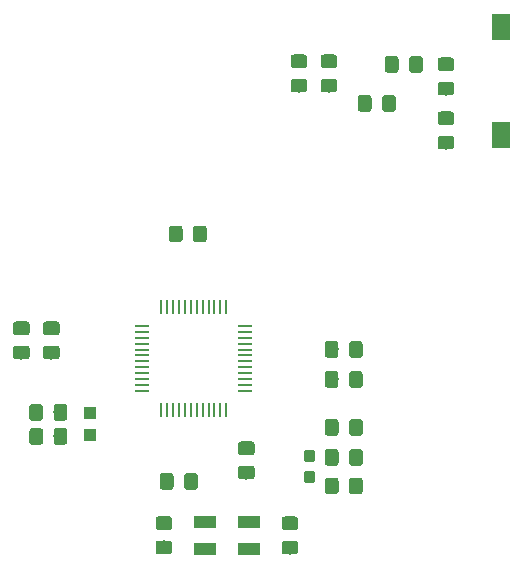
<source format=gbr>
G04 #@! TF.GenerationSoftware,KiCad,Pcbnew,5.1.0-060a0da~80~ubuntu18.10.1*
G04 #@! TF.CreationDate,2019-03-23T20:01:21+01:00*
G04 #@! TF.ProjectId,project-embeddedSystemDesign2,70726f6a-6563-4742-9d65-6d6265646465,rev?*
G04 #@! TF.SameCoordinates,Original*
G04 #@! TF.FileFunction,Paste,Top*
G04 #@! TF.FilePolarity,Positive*
%FSLAX46Y46*%
G04 Gerber Fmt 4.6, Leading zero omitted, Abs format (unit mm)*
G04 Created by KiCad (PCBNEW 5.1.0-060a0da~80~ubuntu18.10.1) date 2019-03-23 20:01:21*
%MOMM*%
%LPD*%
G04 APERTURE LIST*
%ADD10R,0.250000X1.300000*%
%ADD11R,1.300000X0.250000*%
%ADD12C,0.100000*%
%ADD13C,0.950000*%
%ADD14C,1.150000*%
%ADD15R,1.100000X1.050000*%
%ADD16R,1.600000X2.180000*%
%ADD17R,1.899920X1.099820*%
G04 APERTURE END LIST*
D10*
X124250000Y-65500000D03*
X124750000Y-65500000D03*
X125250000Y-65500000D03*
X125750000Y-65500000D03*
X126250000Y-65500000D03*
X126750000Y-65500000D03*
X127250000Y-65500000D03*
X127750000Y-65500000D03*
X128250000Y-65500000D03*
X128750000Y-65500000D03*
X129250000Y-65500000D03*
X129750000Y-65500000D03*
D11*
X131350000Y-67100000D03*
X131350000Y-67600000D03*
X131350000Y-68100000D03*
X131350000Y-68600000D03*
X131350000Y-69100000D03*
X131350000Y-69600000D03*
X131350000Y-70100000D03*
X131350000Y-70600000D03*
X131350000Y-71100000D03*
X131350000Y-71600000D03*
X131350000Y-72100000D03*
X131350000Y-72600000D03*
D10*
X129750000Y-74200000D03*
X129250000Y-74200000D03*
X128750000Y-74200000D03*
X128250000Y-74200000D03*
X127750000Y-74200000D03*
X127250000Y-74200000D03*
X126750000Y-74200000D03*
X126250000Y-74200000D03*
X125750000Y-74200000D03*
X125250000Y-74200000D03*
X124750000Y-74200000D03*
X124250000Y-74200000D03*
D11*
X122650000Y-72600000D03*
X122650000Y-72100000D03*
X122650000Y-71600000D03*
X122650000Y-71100000D03*
X122650000Y-70600000D03*
X122650000Y-70100000D03*
X122650000Y-69600000D03*
X122650000Y-69100000D03*
X122650000Y-68600000D03*
X122650000Y-68100000D03*
X122650000Y-67600000D03*
X122650000Y-67100000D03*
D12*
G36*
X137039779Y-79345144D02*
G01*
X137062834Y-79348563D01*
X137085443Y-79354227D01*
X137107387Y-79362079D01*
X137128457Y-79372044D01*
X137148448Y-79384026D01*
X137167168Y-79397910D01*
X137184438Y-79413562D01*
X137200090Y-79430832D01*
X137213974Y-79449552D01*
X137225956Y-79469543D01*
X137235921Y-79490613D01*
X137243773Y-79512557D01*
X137249437Y-79535166D01*
X137252856Y-79558221D01*
X137254000Y-79581500D01*
X137254000Y-80156500D01*
X137252856Y-80179779D01*
X137249437Y-80202834D01*
X137243773Y-80225443D01*
X137235921Y-80247387D01*
X137225956Y-80268457D01*
X137213974Y-80288448D01*
X137200090Y-80307168D01*
X137184438Y-80324438D01*
X137167168Y-80340090D01*
X137148448Y-80353974D01*
X137128457Y-80365956D01*
X137107387Y-80375921D01*
X137085443Y-80383773D01*
X137062834Y-80389437D01*
X137039779Y-80392856D01*
X137016500Y-80394000D01*
X136541500Y-80394000D01*
X136518221Y-80392856D01*
X136495166Y-80389437D01*
X136472557Y-80383773D01*
X136450613Y-80375921D01*
X136429543Y-80365956D01*
X136409552Y-80353974D01*
X136390832Y-80340090D01*
X136373562Y-80324438D01*
X136357910Y-80307168D01*
X136344026Y-80288448D01*
X136332044Y-80268457D01*
X136322079Y-80247387D01*
X136314227Y-80225443D01*
X136308563Y-80202834D01*
X136305144Y-80179779D01*
X136304000Y-80156500D01*
X136304000Y-79581500D01*
X136305144Y-79558221D01*
X136308563Y-79535166D01*
X136314227Y-79512557D01*
X136322079Y-79490613D01*
X136332044Y-79469543D01*
X136344026Y-79449552D01*
X136357910Y-79430832D01*
X136373562Y-79413562D01*
X136390832Y-79397910D01*
X136409552Y-79384026D01*
X136429543Y-79372044D01*
X136450613Y-79362079D01*
X136472557Y-79354227D01*
X136495166Y-79348563D01*
X136518221Y-79345144D01*
X136541500Y-79344000D01*
X137016500Y-79344000D01*
X137039779Y-79345144D01*
X137039779Y-79345144D01*
G37*
D13*
X136779000Y-79869000D03*
D12*
G36*
X137039779Y-77595144D02*
G01*
X137062834Y-77598563D01*
X137085443Y-77604227D01*
X137107387Y-77612079D01*
X137128457Y-77622044D01*
X137148448Y-77634026D01*
X137167168Y-77647910D01*
X137184438Y-77663562D01*
X137200090Y-77680832D01*
X137213974Y-77699552D01*
X137225956Y-77719543D01*
X137235921Y-77740613D01*
X137243773Y-77762557D01*
X137249437Y-77785166D01*
X137252856Y-77808221D01*
X137254000Y-77831500D01*
X137254000Y-78406500D01*
X137252856Y-78429779D01*
X137249437Y-78452834D01*
X137243773Y-78475443D01*
X137235921Y-78497387D01*
X137225956Y-78518457D01*
X137213974Y-78538448D01*
X137200090Y-78557168D01*
X137184438Y-78574438D01*
X137167168Y-78590090D01*
X137148448Y-78603974D01*
X137128457Y-78615956D01*
X137107387Y-78625921D01*
X137085443Y-78633773D01*
X137062834Y-78639437D01*
X137039779Y-78642856D01*
X137016500Y-78644000D01*
X136541500Y-78644000D01*
X136518221Y-78642856D01*
X136495166Y-78639437D01*
X136472557Y-78633773D01*
X136450613Y-78625921D01*
X136429543Y-78615956D01*
X136409552Y-78603974D01*
X136390832Y-78590090D01*
X136373562Y-78574438D01*
X136357910Y-78557168D01*
X136344026Y-78538448D01*
X136332044Y-78518457D01*
X136322079Y-78497387D01*
X136314227Y-78475443D01*
X136308563Y-78452834D01*
X136305144Y-78429779D01*
X136304000Y-78406500D01*
X136304000Y-77831500D01*
X136305144Y-77808221D01*
X136308563Y-77785166D01*
X136314227Y-77762557D01*
X136322079Y-77740613D01*
X136332044Y-77719543D01*
X136344026Y-77699552D01*
X136357910Y-77680832D01*
X136373562Y-77663562D01*
X136390832Y-77647910D01*
X136409552Y-77634026D01*
X136429543Y-77622044D01*
X136450613Y-77612079D01*
X136472557Y-77604227D01*
X136495166Y-77598563D01*
X136518221Y-77595144D01*
X136541500Y-77594000D01*
X137016500Y-77594000D01*
X137039779Y-77595144D01*
X137039779Y-77595144D01*
G37*
D13*
X136779000Y-78119000D03*
D12*
G36*
X125054505Y-79565204D02*
G01*
X125078773Y-79568804D01*
X125102572Y-79574765D01*
X125125671Y-79583030D01*
X125147850Y-79593520D01*
X125168893Y-79606132D01*
X125188599Y-79620747D01*
X125206777Y-79637223D01*
X125223253Y-79655401D01*
X125237868Y-79675107D01*
X125250480Y-79696150D01*
X125260970Y-79718329D01*
X125269235Y-79741428D01*
X125275196Y-79765227D01*
X125278796Y-79789495D01*
X125280000Y-79813999D01*
X125280000Y-80714001D01*
X125278796Y-80738505D01*
X125275196Y-80762773D01*
X125269235Y-80786572D01*
X125260970Y-80809671D01*
X125250480Y-80831850D01*
X125237868Y-80852893D01*
X125223253Y-80872599D01*
X125206777Y-80890777D01*
X125188599Y-80907253D01*
X125168893Y-80921868D01*
X125147850Y-80934480D01*
X125125671Y-80944970D01*
X125102572Y-80953235D01*
X125078773Y-80959196D01*
X125054505Y-80962796D01*
X125030001Y-80964000D01*
X124379999Y-80964000D01*
X124355495Y-80962796D01*
X124331227Y-80959196D01*
X124307428Y-80953235D01*
X124284329Y-80944970D01*
X124262150Y-80934480D01*
X124241107Y-80921868D01*
X124221401Y-80907253D01*
X124203223Y-80890777D01*
X124186747Y-80872599D01*
X124172132Y-80852893D01*
X124159520Y-80831850D01*
X124149030Y-80809671D01*
X124140765Y-80786572D01*
X124134804Y-80762773D01*
X124131204Y-80738505D01*
X124130000Y-80714001D01*
X124130000Y-79813999D01*
X124131204Y-79789495D01*
X124134804Y-79765227D01*
X124140765Y-79741428D01*
X124149030Y-79718329D01*
X124159520Y-79696150D01*
X124172132Y-79675107D01*
X124186747Y-79655401D01*
X124203223Y-79637223D01*
X124221401Y-79620747D01*
X124241107Y-79606132D01*
X124262150Y-79593520D01*
X124284329Y-79583030D01*
X124307428Y-79574765D01*
X124331227Y-79568804D01*
X124355495Y-79565204D01*
X124379999Y-79564000D01*
X125030001Y-79564000D01*
X125054505Y-79565204D01*
X125054505Y-79565204D01*
G37*
D14*
X124705000Y-80264000D03*
D12*
G36*
X127104505Y-79565204D02*
G01*
X127128773Y-79568804D01*
X127152572Y-79574765D01*
X127175671Y-79583030D01*
X127197850Y-79593520D01*
X127218893Y-79606132D01*
X127238599Y-79620747D01*
X127256777Y-79637223D01*
X127273253Y-79655401D01*
X127287868Y-79675107D01*
X127300480Y-79696150D01*
X127310970Y-79718329D01*
X127319235Y-79741428D01*
X127325196Y-79765227D01*
X127328796Y-79789495D01*
X127330000Y-79813999D01*
X127330000Y-80714001D01*
X127328796Y-80738505D01*
X127325196Y-80762773D01*
X127319235Y-80786572D01*
X127310970Y-80809671D01*
X127300480Y-80831850D01*
X127287868Y-80852893D01*
X127273253Y-80872599D01*
X127256777Y-80890777D01*
X127238599Y-80907253D01*
X127218893Y-80921868D01*
X127197850Y-80934480D01*
X127175671Y-80944970D01*
X127152572Y-80953235D01*
X127128773Y-80959196D01*
X127104505Y-80962796D01*
X127080001Y-80964000D01*
X126429999Y-80964000D01*
X126405495Y-80962796D01*
X126381227Y-80959196D01*
X126357428Y-80953235D01*
X126334329Y-80944970D01*
X126312150Y-80934480D01*
X126291107Y-80921868D01*
X126271401Y-80907253D01*
X126253223Y-80890777D01*
X126236747Y-80872599D01*
X126222132Y-80852893D01*
X126209520Y-80831850D01*
X126199030Y-80809671D01*
X126190765Y-80786572D01*
X126184804Y-80762773D01*
X126181204Y-80738505D01*
X126180000Y-80714001D01*
X126180000Y-79813999D01*
X126181204Y-79789495D01*
X126184804Y-79765227D01*
X126190765Y-79741428D01*
X126199030Y-79718329D01*
X126209520Y-79696150D01*
X126222132Y-79675107D01*
X126236747Y-79655401D01*
X126253223Y-79637223D01*
X126271401Y-79620747D01*
X126291107Y-79606132D01*
X126312150Y-79593520D01*
X126334329Y-79583030D01*
X126357428Y-79574765D01*
X126381227Y-79568804D01*
X126405495Y-79565204D01*
X126429999Y-79564000D01*
X127080001Y-79564000D01*
X127104505Y-79565204D01*
X127104505Y-79565204D01*
G37*
D14*
X126755000Y-80264000D03*
D12*
G36*
X115409505Y-68777204D02*
G01*
X115433773Y-68780804D01*
X115457572Y-68786765D01*
X115480671Y-68795030D01*
X115502850Y-68805520D01*
X115523893Y-68818132D01*
X115543599Y-68832747D01*
X115561777Y-68849223D01*
X115578253Y-68867401D01*
X115592868Y-68887107D01*
X115605480Y-68908150D01*
X115615970Y-68930329D01*
X115624235Y-68953428D01*
X115630196Y-68977227D01*
X115633796Y-69001495D01*
X115635000Y-69025999D01*
X115635000Y-69676001D01*
X115633796Y-69700505D01*
X115630196Y-69724773D01*
X115624235Y-69748572D01*
X115615970Y-69771671D01*
X115605480Y-69793850D01*
X115592868Y-69814893D01*
X115578253Y-69834599D01*
X115561777Y-69852777D01*
X115543599Y-69869253D01*
X115523893Y-69883868D01*
X115502850Y-69896480D01*
X115480671Y-69906970D01*
X115457572Y-69915235D01*
X115433773Y-69921196D01*
X115409505Y-69924796D01*
X115385001Y-69926000D01*
X114484999Y-69926000D01*
X114460495Y-69924796D01*
X114436227Y-69921196D01*
X114412428Y-69915235D01*
X114389329Y-69906970D01*
X114367150Y-69896480D01*
X114346107Y-69883868D01*
X114326401Y-69869253D01*
X114308223Y-69852777D01*
X114291747Y-69834599D01*
X114277132Y-69814893D01*
X114264520Y-69793850D01*
X114254030Y-69771671D01*
X114245765Y-69748572D01*
X114239804Y-69724773D01*
X114236204Y-69700505D01*
X114235000Y-69676001D01*
X114235000Y-69025999D01*
X114236204Y-69001495D01*
X114239804Y-68977227D01*
X114245765Y-68953428D01*
X114254030Y-68930329D01*
X114264520Y-68908150D01*
X114277132Y-68887107D01*
X114291747Y-68867401D01*
X114308223Y-68849223D01*
X114326401Y-68832747D01*
X114346107Y-68818132D01*
X114367150Y-68805520D01*
X114389329Y-68795030D01*
X114412428Y-68786765D01*
X114436227Y-68780804D01*
X114460495Y-68777204D01*
X114484999Y-68776000D01*
X115385001Y-68776000D01*
X115409505Y-68777204D01*
X115409505Y-68777204D01*
G37*
D14*
X114935000Y-69351000D03*
D12*
G36*
X115409505Y-66727204D02*
G01*
X115433773Y-66730804D01*
X115457572Y-66736765D01*
X115480671Y-66745030D01*
X115502850Y-66755520D01*
X115523893Y-66768132D01*
X115543599Y-66782747D01*
X115561777Y-66799223D01*
X115578253Y-66817401D01*
X115592868Y-66837107D01*
X115605480Y-66858150D01*
X115615970Y-66880329D01*
X115624235Y-66903428D01*
X115630196Y-66927227D01*
X115633796Y-66951495D01*
X115635000Y-66975999D01*
X115635000Y-67626001D01*
X115633796Y-67650505D01*
X115630196Y-67674773D01*
X115624235Y-67698572D01*
X115615970Y-67721671D01*
X115605480Y-67743850D01*
X115592868Y-67764893D01*
X115578253Y-67784599D01*
X115561777Y-67802777D01*
X115543599Y-67819253D01*
X115523893Y-67833868D01*
X115502850Y-67846480D01*
X115480671Y-67856970D01*
X115457572Y-67865235D01*
X115433773Y-67871196D01*
X115409505Y-67874796D01*
X115385001Y-67876000D01*
X114484999Y-67876000D01*
X114460495Y-67874796D01*
X114436227Y-67871196D01*
X114412428Y-67865235D01*
X114389329Y-67856970D01*
X114367150Y-67846480D01*
X114346107Y-67833868D01*
X114326401Y-67819253D01*
X114308223Y-67802777D01*
X114291747Y-67784599D01*
X114277132Y-67764893D01*
X114264520Y-67743850D01*
X114254030Y-67721671D01*
X114245765Y-67698572D01*
X114239804Y-67674773D01*
X114236204Y-67650505D01*
X114235000Y-67626001D01*
X114235000Y-66975999D01*
X114236204Y-66951495D01*
X114239804Y-66927227D01*
X114245765Y-66903428D01*
X114254030Y-66880329D01*
X114264520Y-66858150D01*
X114277132Y-66837107D01*
X114291747Y-66817401D01*
X114308223Y-66799223D01*
X114326401Y-66782747D01*
X114346107Y-66768132D01*
X114367150Y-66755520D01*
X114389329Y-66745030D01*
X114412428Y-66736765D01*
X114436227Y-66730804D01*
X114460495Y-66727204D01*
X114484999Y-66726000D01*
X115385001Y-66726000D01*
X115409505Y-66727204D01*
X115409505Y-66727204D01*
G37*
D14*
X114935000Y-67301000D03*
D15*
X118237000Y-76363000D03*
X118237000Y-74513000D03*
D12*
G36*
X112869505Y-68777204D02*
G01*
X112893773Y-68780804D01*
X112917572Y-68786765D01*
X112940671Y-68795030D01*
X112962850Y-68805520D01*
X112983893Y-68818132D01*
X113003599Y-68832747D01*
X113021777Y-68849223D01*
X113038253Y-68867401D01*
X113052868Y-68887107D01*
X113065480Y-68908150D01*
X113075970Y-68930329D01*
X113084235Y-68953428D01*
X113090196Y-68977227D01*
X113093796Y-69001495D01*
X113095000Y-69025999D01*
X113095000Y-69676001D01*
X113093796Y-69700505D01*
X113090196Y-69724773D01*
X113084235Y-69748572D01*
X113075970Y-69771671D01*
X113065480Y-69793850D01*
X113052868Y-69814893D01*
X113038253Y-69834599D01*
X113021777Y-69852777D01*
X113003599Y-69869253D01*
X112983893Y-69883868D01*
X112962850Y-69896480D01*
X112940671Y-69906970D01*
X112917572Y-69915235D01*
X112893773Y-69921196D01*
X112869505Y-69924796D01*
X112845001Y-69926000D01*
X111944999Y-69926000D01*
X111920495Y-69924796D01*
X111896227Y-69921196D01*
X111872428Y-69915235D01*
X111849329Y-69906970D01*
X111827150Y-69896480D01*
X111806107Y-69883868D01*
X111786401Y-69869253D01*
X111768223Y-69852777D01*
X111751747Y-69834599D01*
X111737132Y-69814893D01*
X111724520Y-69793850D01*
X111714030Y-69771671D01*
X111705765Y-69748572D01*
X111699804Y-69724773D01*
X111696204Y-69700505D01*
X111695000Y-69676001D01*
X111695000Y-69025999D01*
X111696204Y-69001495D01*
X111699804Y-68977227D01*
X111705765Y-68953428D01*
X111714030Y-68930329D01*
X111724520Y-68908150D01*
X111737132Y-68887107D01*
X111751747Y-68867401D01*
X111768223Y-68849223D01*
X111786401Y-68832747D01*
X111806107Y-68818132D01*
X111827150Y-68805520D01*
X111849329Y-68795030D01*
X111872428Y-68786765D01*
X111896227Y-68780804D01*
X111920495Y-68777204D01*
X111944999Y-68776000D01*
X112845001Y-68776000D01*
X112869505Y-68777204D01*
X112869505Y-68777204D01*
G37*
D14*
X112395000Y-69351000D03*
D12*
G36*
X112869505Y-66727204D02*
G01*
X112893773Y-66730804D01*
X112917572Y-66736765D01*
X112940671Y-66745030D01*
X112962850Y-66755520D01*
X112983893Y-66768132D01*
X113003599Y-66782747D01*
X113021777Y-66799223D01*
X113038253Y-66817401D01*
X113052868Y-66837107D01*
X113065480Y-66858150D01*
X113075970Y-66880329D01*
X113084235Y-66903428D01*
X113090196Y-66927227D01*
X113093796Y-66951495D01*
X113095000Y-66975999D01*
X113095000Y-67626001D01*
X113093796Y-67650505D01*
X113090196Y-67674773D01*
X113084235Y-67698572D01*
X113075970Y-67721671D01*
X113065480Y-67743850D01*
X113052868Y-67764893D01*
X113038253Y-67784599D01*
X113021777Y-67802777D01*
X113003599Y-67819253D01*
X112983893Y-67833868D01*
X112962850Y-67846480D01*
X112940671Y-67856970D01*
X112917572Y-67865235D01*
X112893773Y-67871196D01*
X112869505Y-67874796D01*
X112845001Y-67876000D01*
X111944999Y-67876000D01*
X111920495Y-67874796D01*
X111896227Y-67871196D01*
X111872428Y-67865235D01*
X111849329Y-67856970D01*
X111827150Y-67846480D01*
X111806107Y-67833868D01*
X111786401Y-67819253D01*
X111768223Y-67802777D01*
X111751747Y-67784599D01*
X111737132Y-67764893D01*
X111724520Y-67743850D01*
X111714030Y-67721671D01*
X111705765Y-67698572D01*
X111699804Y-67674773D01*
X111696204Y-67650505D01*
X111695000Y-67626001D01*
X111695000Y-66975999D01*
X111696204Y-66951495D01*
X111699804Y-66927227D01*
X111705765Y-66903428D01*
X111714030Y-66880329D01*
X111724520Y-66858150D01*
X111737132Y-66837107D01*
X111751747Y-66817401D01*
X111768223Y-66799223D01*
X111786401Y-66782747D01*
X111806107Y-66768132D01*
X111827150Y-66755520D01*
X111849329Y-66745030D01*
X111872428Y-66736765D01*
X111896227Y-66730804D01*
X111920495Y-66727204D01*
X111944999Y-66726000D01*
X112845001Y-66726000D01*
X112869505Y-66727204D01*
X112869505Y-66727204D01*
G37*
D14*
X112395000Y-67301000D03*
D16*
X153035000Y-50945000D03*
X153035000Y-41765000D03*
D12*
G36*
X148810505Y-50997204D02*
G01*
X148834773Y-51000804D01*
X148858572Y-51006765D01*
X148881671Y-51015030D01*
X148903850Y-51025520D01*
X148924893Y-51038132D01*
X148944599Y-51052747D01*
X148962777Y-51069223D01*
X148979253Y-51087401D01*
X148993868Y-51107107D01*
X149006480Y-51128150D01*
X149016970Y-51150329D01*
X149025235Y-51173428D01*
X149031196Y-51197227D01*
X149034796Y-51221495D01*
X149036000Y-51245999D01*
X149036000Y-51896001D01*
X149034796Y-51920505D01*
X149031196Y-51944773D01*
X149025235Y-51968572D01*
X149016970Y-51991671D01*
X149006480Y-52013850D01*
X148993868Y-52034893D01*
X148979253Y-52054599D01*
X148962777Y-52072777D01*
X148944599Y-52089253D01*
X148924893Y-52103868D01*
X148903850Y-52116480D01*
X148881671Y-52126970D01*
X148858572Y-52135235D01*
X148834773Y-52141196D01*
X148810505Y-52144796D01*
X148786001Y-52146000D01*
X147885999Y-52146000D01*
X147861495Y-52144796D01*
X147837227Y-52141196D01*
X147813428Y-52135235D01*
X147790329Y-52126970D01*
X147768150Y-52116480D01*
X147747107Y-52103868D01*
X147727401Y-52089253D01*
X147709223Y-52072777D01*
X147692747Y-52054599D01*
X147678132Y-52034893D01*
X147665520Y-52013850D01*
X147655030Y-51991671D01*
X147646765Y-51968572D01*
X147640804Y-51944773D01*
X147637204Y-51920505D01*
X147636000Y-51896001D01*
X147636000Y-51245999D01*
X147637204Y-51221495D01*
X147640804Y-51197227D01*
X147646765Y-51173428D01*
X147655030Y-51150329D01*
X147665520Y-51128150D01*
X147678132Y-51107107D01*
X147692747Y-51087401D01*
X147709223Y-51069223D01*
X147727401Y-51052747D01*
X147747107Y-51038132D01*
X147768150Y-51025520D01*
X147790329Y-51015030D01*
X147813428Y-51006765D01*
X147837227Y-51000804D01*
X147861495Y-50997204D01*
X147885999Y-50996000D01*
X148786001Y-50996000D01*
X148810505Y-50997204D01*
X148810505Y-50997204D01*
G37*
D14*
X148336000Y-51571000D03*
D12*
G36*
X148810505Y-48947204D02*
G01*
X148834773Y-48950804D01*
X148858572Y-48956765D01*
X148881671Y-48965030D01*
X148903850Y-48975520D01*
X148924893Y-48988132D01*
X148944599Y-49002747D01*
X148962777Y-49019223D01*
X148979253Y-49037401D01*
X148993868Y-49057107D01*
X149006480Y-49078150D01*
X149016970Y-49100329D01*
X149025235Y-49123428D01*
X149031196Y-49147227D01*
X149034796Y-49171495D01*
X149036000Y-49195999D01*
X149036000Y-49846001D01*
X149034796Y-49870505D01*
X149031196Y-49894773D01*
X149025235Y-49918572D01*
X149016970Y-49941671D01*
X149006480Y-49963850D01*
X148993868Y-49984893D01*
X148979253Y-50004599D01*
X148962777Y-50022777D01*
X148944599Y-50039253D01*
X148924893Y-50053868D01*
X148903850Y-50066480D01*
X148881671Y-50076970D01*
X148858572Y-50085235D01*
X148834773Y-50091196D01*
X148810505Y-50094796D01*
X148786001Y-50096000D01*
X147885999Y-50096000D01*
X147861495Y-50094796D01*
X147837227Y-50091196D01*
X147813428Y-50085235D01*
X147790329Y-50076970D01*
X147768150Y-50066480D01*
X147747107Y-50053868D01*
X147727401Y-50039253D01*
X147709223Y-50022777D01*
X147692747Y-50004599D01*
X147678132Y-49984893D01*
X147665520Y-49963850D01*
X147655030Y-49941671D01*
X147646765Y-49918572D01*
X147640804Y-49894773D01*
X147637204Y-49870505D01*
X147636000Y-49846001D01*
X147636000Y-49195999D01*
X147637204Y-49171495D01*
X147640804Y-49147227D01*
X147646765Y-49123428D01*
X147655030Y-49100329D01*
X147665520Y-49078150D01*
X147678132Y-49057107D01*
X147692747Y-49037401D01*
X147709223Y-49019223D01*
X147727401Y-49002747D01*
X147747107Y-48988132D01*
X147768150Y-48975520D01*
X147790329Y-48965030D01*
X147813428Y-48956765D01*
X147837227Y-48950804D01*
X147861495Y-48947204D01*
X147885999Y-48946000D01*
X148786001Y-48946000D01*
X148810505Y-48947204D01*
X148810505Y-48947204D01*
G37*
D14*
X148336000Y-49521000D03*
D12*
G36*
X146154505Y-44259204D02*
G01*
X146178773Y-44262804D01*
X146202572Y-44268765D01*
X146225671Y-44277030D01*
X146247850Y-44287520D01*
X146268893Y-44300132D01*
X146288599Y-44314747D01*
X146306777Y-44331223D01*
X146323253Y-44349401D01*
X146337868Y-44369107D01*
X146350480Y-44390150D01*
X146360970Y-44412329D01*
X146369235Y-44435428D01*
X146375196Y-44459227D01*
X146378796Y-44483495D01*
X146380000Y-44507999D01*
X146380000Y-45408001D01*
X146378796Y-45432505D01*
X146375196Y-45456773D01*
X146369235Y-45480572D01*
X146360970Y-45503671D01*
X146350480Y-45525850D01*
X146337868Y-45546893D01*
X146323253Y-45566599D01*
X146306777Y-45584777D01*
X146288599Y-45601253D01*
X146268893Y-45615868D01*
X146247850Y-45628480D01*
X146225671Y-45638970D01*
X146202572Y-45647235D01*
X146178773Y-45653196D01*
X146154505Y-45656796D01*
X146130001Y-45658000D01*
X145479999Y-45658000D01*
X145455495Y-45656796D01*
X145431227Y-45653196D01*
X145407428Y-45647235D01*
X145384329Y-45638970D01*
X145362150Y-45628480D01*
X145341107Y-45615868D01*
X145321401Y-45601253D01*
X145303223Y-45584777D01*
X145286747Y-45566599D01*
X145272132Y-45546893D01*
X145259520Y-45525850D01*
X145249030Y-45503671D01*
X145240765Y-45480572D01*
X145234804Y-45456773D01*
X145231204Y-45432505D01*
X145230000Y-45408001D01*
X145230000Y-44507999D01*
X145231204Y-44483495D01*
X145234804Y-44459227D01*
X145240765Y-44435428D01*
X145249030Y-44412329D01*
X145259520Y-44390150D01*
X145272132Y-44369107D01*
X145286747Y-44349401D01*
X145303223Y-44331223D01*
X145321401Y-44314747D01*
X145341107Y-44300132D01*
X145362150Y-44287520D01*
X145384329Y-44277030D01*
X145407428Y-44268765D01*
X145431227Y-44262804D01*
X145455495Y-44259204D01*
X145479999Y-44258000D01*
X146130001Y-44258000D01*
X146154505Y-44259204D01*
X146154505Y-44259204D01*
G37*
D14*
X145805000Y-44958000D03*
D12*
G36*
X144104505Y-44259204D02*
G01*
X144128773Y-44262804D01*
X144152572Y-44268765D01*
X144175671Y-44277030D01*
X144197850Y-44287520D01*
X144218893Y-44300132D01*
X144238599Y-44314747D01*
X144256777Y-44331223D01*
X144273253Y-44349401D01*
X144287868Y-44369107D01*
X144300480Y-44390150D01*
X144310970Y-44412329D01*
X144319235Y-44435428D01*
X144325196Y-44459227D01*
X144328796Y-44483495D01*
X144330000Y-44507999D01*
X144330000Y-45408001D01*
X144328796Y-45432505D01*
X144325196Y-45456773D01*
X144319235Y-45480572D01*
X144310970Y-45503671D01*
X144300480Y-45525850D01*
X144287868Y-45546893D01*
X144273253Y-45566599D01*
X144256777Y-45584777D01*
X144238599Y-45601253D01*
X144218893Y-45615868D01*
X144197850Y-45628480D01*
X144175671Y-45638970D01*
X144152572Y-45647235D01*
X144128773Y-45653196D01*
X144104505Y-45656796D01*
X144080001Y-45658000D01*
X143429999Y-45658000D01*
X143405495Y-45656796D01*
X143381227Y-45653196D01*
X143357428Y-45647235D01*
X143334329Y-45638970D01*
X143312150Y-45628480D01*
X143291107Y-45615868D01*
X143271401Y-45601253D01*
X143253223Y-45584777D01*
X143236747Y-45566599D01*
X143222132Y-45546893D01*
X143209520Y-45525850D01*
X143199030Y-45503671D01*
X143190765Y-45480572D01*
X143184804Y-45456773D01*
X143181204Y-45432505D01*
X143180000Y-45408001D01*
X143180000Y-44507999D01*
X143181204Y-44483495D01*
X143184804Y-44459227D01*
X143190765Y-44435428D01*
X143199030Y-44412329D01*
X143209520Y-44390150D01*
X143222132Y-44369107D01*
X143236747Y-44349401D01*
X143253223Y-44331223D01*
X143271401Y-44314747D01*
X143291107Y-44300132D01*
X143312150Y-44287520D01*
X143334329Y-44277030D01*
X143357428Y-44268765D01*
X143381227Y-44262804D01*
X143405495Y-44259204D01*
X143429999Y-44258000D01*
X144080001Y-44258000D01*
X144104505Y-44259204D01*
X144104505Y-44259204D01*
G37*
D14*
X143755000Y-44958000D03*
D12*
G36*
X138904505Y-46171204D02*
G01*
X138928773Y-46174804D01*
X138952572Y-46180765D01*
X138975671Y-46189030D01*
X138997850Y-46199520D01*
X139018893Y-46212132D01*
X139038599Y-46226747D01*
X139056777Y-46243223D01*
X139073253Y-46261401D01*
X139087868Y-46281107D01*
X139100480Y-46302150D01*
X139110970Y-46324329D01*
X139119235Y-46347428D01*
X139125196Y-46371227D01*
X139128796Y-46395495D01*
X139130000Y-46419999D01*
X139130000Y-47070001D01*
X139128796Y-47094505D01*
X139125196Y-47118773D01*
X139119235Y-47142572D01*
X139110970Y-47165671D01*
X139100480Y-47187850D01*
X139087868Y-47208893D01*
X139073253Y-47228599D01*
X139056777Y-47246777D01*
X139038599Y-47263253D01*
X139018893Y-47277868D01*
X138997850Y-47290480D01*
X138975671Y-47300970D01*
X138952572Y-47309235D01*
X138928773Y-47315196D01*
X138904505Y-47318796D01*
X138880001Y-47320000D01*
X137979999Y-47320000D01*
X137955495Y-47318796D01*
X137931227Y-47315196D01*
X137907428Y-47309235D01*
X137884329Y-47300970D01*
X137862150Y-47290480D01*
X137841107Y-47277868D01*
X137821401Y-47263253D01*
X137803223Y-47246777D01*
X137786747Y-47228599D01*
X137772132Y-47208893D01*
X137759520Y-47187850D01*
X137749030Y-47165671D01*
X137740765Y-47142572D01*
X137734804Y-47118773D01*
X137731204Y-47094505D01*
X137730000Y-47070001D01*
X137730000Y-46419999D01*
X137731204Y-46395495D01*
X137734804Y-46371227D01*
X137740765Y-46347428D01*
X137749030Y-46324329D01*
X137759520Y-46302150D01*
X137772132Y-46281107D01*
X137786747Y-46261401D01*
X137803223Y-46243223D01*
X137821401Y-46226747D01*
X137841107Y-46212132D01*
X137862150Y-46199520D01*
X137884329Y-46189030D01*
X137907428Y-46180765D01*
X137931227Y-46174804D01*
X137955495Y-46171204D01*
X137979999Y-46170000D01*
X138880001Y-46170000D01*
X138904505Y-46171204D01*
X138904505Y-46171204D01*
G37*
D14*
X138430000Y-46745000D03*
D12*
G36*
X138904505Y-44121204D02*
G01*
X138928773Y-44124804D01*
X138952572Y-44130765D01*
X138975671Y-44139030D01*
X138997850Y-44149520D01*
X139018893Y-44162132D01*
X139038599Y-44176747D01*
X139056777Y-44193223D01*
X139073253Y-44211401D01*
X139087868Y-44231107D01*
X139100480Y-44252150D01*
X139110970Y-44274329D01*
X139119235Y-44297428D01*
X139125196Y-44321227D01*
X139128796Y-44345495D01*
X139130000Y-44369999D01*
X139130000Y-45020001D01*
X139128796Y-45044505D01*
X139125196Y-45068773D01*
X139119235Y-45092572D01*
X139110970Y-45115671D01*
X139100480Y-45137850D01*
X139087868Y-45158893D01*
X139073253Y-45178599D01*
X139056777Y-45196777D01*
X139038599Y-45213253D01*
X139018893Y-45227868D01*
X138997850Y-45240480D01*
X138975671Y-45250970D01*
X138952572Y-45259235D01*
X138928773Y-45265196D01*
X138904505Y-45268796D01*
X138880001Y-45270000D01*
X137979999Y-45270000D01*
X137955495Y-45268796D01*
X137931227Y-45265196D01*
X137907428Y-45259235D01*
X137884329Y-45250970D01*
X137862150Y-45240480D01*
X137841107Y-45227868D01*
X137821401Y-45213253D01*
X137803223Y-45196777D01*
X137786747Y-45178599D01*
X137772132Y-45158893D01*
X137759520Y-45137850D01*
X137749030Y-45115671D01*
X137740765Y-45092572D01*
X137734804Y-45068773D01*
X137731204Y-45044505D01*
X137730000Y-45020001D01*
X137730000Y-44369999D01*
X137731204Y-44345495D01*
X137734804Y-44321227D01*
X137740765Y-44297428D01*
X137749030Y-44274329D01*
X137759520Y-44252150D01*
X137772132Y-44231107D01*
X137786747Y-44211401D01*
X137803223Y-44193223D01*
X137821401Y-44176747D01*
X137841107Y-44162132D01*
X137862150Y-44149520D01*
X137884329Y-44139030D01*
X137907428Y-44130765D01*
X137931227Y-44124804D01*
X137955495Y-44121204D01*
X137979999Y-44120000D01*
X138880001Y-44120000D01*
X138904505Y-44121204D01*
X138904505Y-44121204D01*
G37*
D14*
X138430000Y-44695000D03*
D12*
G36*
X136364505Y-46171204D02*
G01*
X136388773Y-46174804D01*
X136412572Y-46180765D01*
X136435671Y-46189030D01*
X136457850Y-46199520D01*
X136478893Y-46212132D01*
X136498599Y-46226747D01*
X136516777Y-46243223D01*
X136533253Y-46261401D01*
X136547868Y-46281107D01*
X136560480Y-46302150D01*
X136570970Y-46324329D01*
X136579235Y-46347428D01*
X136585196Y-46371227D01*
X136588796Y-46395495D01*
X136590000Y-46419999D01*
X136590000Y-47070001D01*
X136588796Y-47094505D01*
X136585196Y-47118773D01*
X136579235Y-47142572D01*
X136570970Y-47165671D01*
X136560480Y-47187850D01*
X136547868Y-47208893D01*
X136533253Y-47228599D01*
X136516777Y-47246777D01*
X136498599Y-47263253D01*
X136478893Y-47277868D01*
X136457850Y-47290480D01*
X136435671Y-47300970D01*
X136412572Y-47309235D01*
X136388773Y-47315196D01*
X136364505Y-47318796D01*
X136340001Y-47320000D01*
X135439999Y-47320000D01*
X135415495Y-47318796D01*
X135391227Y-47315196D01*
X135367428Y-47309235D01*
X135344329Y-47300970D01*
X135322150Y-47290480D01*
X135301107Y-47277868D01*
X135281401Y-47263253D01*
X135263223Y-47246777D01*
X135246747Y-47228599D01*
X135232132Y-47208893D01*
X135219520Y-47187850D01*
X135209030Y-47165671D01*
X135200765Y-47142572D01*
X135194804Y-47118773D01*
X135191204Y-47094505D01*
X135190000Y-47070001D01*
X135190000Y-46419999D01*
X135191204Y-46395495D01*
X135194804Y-46371227D01*
X135200765Y-46347428D01*
X135209030Y-46324329D01*
X135219520Y-46302150D01*
X135232132Y-46281107D01*
X135246747Y-46261401D01*
X135263223Y-46243223D01*
X135281401Y-46226747D01*
X135301107Y-46212132D01*
X135322150Y-46199520D01*
X135344329Y-46189030D01*
X135367428Y-46180765D01*
X135391227Y-46174804D01*
X135415495Y-46171204D01*
X135439999Y-46170000D01*
X136340001Y-46170000D01*
X136364505Y-46171204D01*
X136364505Y-46171204D01*
G37*
D14*
X135890000Y-46745000D03*
D12*
G36*
X136364505Y-44121204D02*
G01*
X136388773Y-44124804D01*
X136412572Y-44130765D01*
X136435671Y-44139030D01*
X136457850Y-44149520D01*
X136478893Y-44162132D01*
X136498599Y-44176747D01*
X136516777Y-44193223D01*
X136533253Y-44211401D01*
X136547868Y-44231107D01*
X136560480Y-44252150D01*
X136570970Y-44274329D01*
X136579235Y-44297428D01*
X136585196Y-44321227D01*
X136588796Y-44345495D01*
X136590000Y-44369999D01*
X136590000Y-45020001D01*
X136588796Y-45044505D01*
X136585196Y-45068773D01*
X136579235Y-45092572D01*
X136570970Y-45115671D01*
X136560480Y-45137850D01*
X136547868Y-45158893D01*
X136533253Y-45178599D01*
X136516777Y-45196777D01*
X136498599Y-45213253D01*
X136478893Y-45227868D01*
X136457850Y-45240480D01*
X136435671Y-45250970D01*
X136412572Y-45259235D01*
X136388773Y-45265196D01*
X136364505Y-45268796D01*
X136340001Y-45270000D01*
X135439999Y-45270000D01*
X135415495Y-45268796D01*
X135391227Y-45265196D01*
X135367428Y-45259235D01*
X135344329Y-45250970D01*
X135322150Y-45240480D01*
X135301107Y-45227868D01*
X135281401Y-45213253D01*
X135263223Y-45196777D01*
X135246747Y-45178599D01*
X135232132Y-45158893D01*
X135219520Y-45137850D01*
X135209030Y-45115671D01*
X135200765Y-45092572D01*
X135194804Y-45068773D01*
X135191204Y-45044505D01*
X135190000Y-45020001D01*
X135190000Y-44369999D01*
X135191204Y-44345495D01*
X135194804Y-44321227D01*
X135200765Y-44297428D01*
X135209030Y-44274329D01*
X135219520Y-44252150D01*
X135232132Y-44231107D01*
X135246747Y-44211401D01*
X135263223Y-44193223D01*
X135281401Y-44176747D01*
X135301107Y-44162132D01*
X135322150Y-44149520D01*
X135344329Y-44139030D01*
X135367428Y-44130765D01*
X135391227Y-44124804D01*
X135415495Y-44121204D01*
X135439999Y-44120000D01*
X136340001Y-44120000D01*
X136364505Y-44121204D01*
X136364505Y-44121204D01*
G37*
D14*
X135890000Y-44695000D03*
D12*
G36*
X141818505Y-47561204D02*
G01*
X141842773Y-47564804D01*
X141866572Y-47570765D01*
X141889671Y-47579030D01*
X141911850Y-47589520D01*
X141932893Y-47602132D01*
X141952599Y-47616747D01*
X141970777Y-47633223D01*
X141987253Y-47651401D01*
X142001868Y-47671107D01*
X142014480Y-47692150D01*
X142024970Y-47714329D01*
X142033235Y-47737428D01*
X142039196Y-47761227D01*
X142042796Y-47785495D01*
X142044000Y-47809999D01*
X142044000Y-48710001D01*
X142042796Y-48734505D01*
X142039196Y-48758773D01*
X142033235Y-48782572D01*
X142024970Y-48805671D01*
X142014480Y-48827850D01*
X142001868Y-48848893D01*
X141987253Y-48868599D01*
X141970777Y-48886777D01*
X141952599Y-48903253D01*
X141932893Y-48917868D01*
X141911850Y-48930480D01*
X141889671Y-48940970D01*
X141866572Y-48949235D01*
X141842773Y-48955196D01*
X141818505Y-48958796D01*
X141794001Y-48960000D01*
X141143999Y-48960000D01*
X141119495Y-48958796D01*
X141095227Y-48955196D01*
X141071428Y-48949235D01*
X141048329Y-48940970D01*
X141026150Y-48930480D01*
X141005107Y-48917868D01*
X140985401Y-48903253D01*
X140967223Y-48886777D01*
X140950747Y-48868599D01*
X140936132Y-48848893D01*
X140923520Y-48827850D01*
X140913030Y-48805671D01*
X140904765Y-48782572D01*
X140898804Y-48758773D01*
X140895204Y-48734505D01*
X140894000Y-48710001D01*
X140894000Y-47809999D01*
X140895204Y-47785495D01*
X140898804Y-47761227D01*
X140904765Y-47737428D01*
X140913030Y-47714329D01*
X140923520Y-47692150D01*
X140936132Y-47671107D01*
X140950747Y-47651401D01*
X140967223Y-47633223D01*
X140985401Y-47616747D01*
X141005107Y-47602132D01*
X141026150Y-47589520D01*
X141048329Y-47579030D01*
X141071428Y-47570765D01*
X141095227Y-47564804D01*
X141119495Y-47561204D01*
X141143999Y-47560000D01*
X141794001Y-47560000D01*
X141818505Y-47561204D01*
X141818505Y-47561204D01*
G37*
D14*
X141469000Y-48260000D03*
D12*
G36*
X143868505Y-47561204D02*
G01*
X143892773Y-47564804D01*
X143916572Y-47570765D01*
X143939671Y-47579030D01*
X143961850Y-47589520D01*
X143982893Y-47602132D01*
X144002599Y-47616747D01*
X144020777Y-47633223D01*
X144037253Y-47651401D01*
X144051868Y-47671107D01*
X144064480Y-47692150D01*
X144074970Y-47714329D01*
X144083235Y-47737428D01*
X144089196Y-47761227D01*
X144092796Y-47785495D01*
X144094000Y-47809999D01*
X144094000Y-48710001D01*
X144092796Y-48734505D01*
X144089196Y-48758773D01*
X144083235Y-48782572D01*
X144074970Y-48805671D01*
X144064480Y-48827850D01*
X144051868Y-48848893D01*
X144037253Y-48868599D01*
X144020777Y-48886777D01*
X144002599Y-48903253D01*
X143982893Y-48917868D01*
X143961850Y-48930480D01*
X143939671Y-48940970D01*
X143916572Y-48949235D01*
X143892773Y-48955196D01*
X143868505Y-48958796D01*
X143844001Y-48960000D01*
X143193999Y-48960000D01*
X143169495Y-48958796D01*
X143145227Y-48955196D01*
X143121428Y-48949235D01*
X143098329Y-48940970D01*
X143076150Y-48930480D01*
X143055107Y-48917868D01*
X143035401Y-48903253D01*
X143017223Y-48886777D01*
X143000747Y-48868599D01*
X142986132Y-48848893D01*
X142973520Y-48827850D01*
X142963030Y-48805671D01*
X142954765Y-48782572D01*
X142948804Y-48758773D01*
X142945204Y-48734505D01*
X142944000Y-48710001D01*
X142944000Y-47809999D01*
X142945204Y-47785495D01*
X142948804Y-47761227D01*
X142954765Y-47737428D01*
X142963030Y-47714329D01*
X142973520Y-47692150D01*
X142986132Y-47671107D01*
X143000747Y-47651401D01*
X143017223Y-47633223D01*
X143035401Y-47616747D01*
X143055107Y-47602132D01*
X143076150Y-47589520D01*
X143098329Y-47579030D01*
X143121428Y-47570765D01*
X143145227Y-47564804D01*
X143169495Y-47561204D01*
X143193999Y-47560000D01*
X143844001Y-47560000D01*
X143868505Y-47561204D01*
X143868505Y-47561204D01*
G37*
D14*
X143519000Y-48260000D03*
D12*
G36*
X139024505Y-79946204D02*
G01*
X139048773Y-79949804D01*
X139072572Y-79955765D01*
X139095671Y-79964030D01*
X139117850Y-79974520D01*
X139138893Y-79987132D01*
X139158599Y-80001747D01*
X139176777Y-80018223D01*
X139193253Y-80036401D01*
X139207868Y-80056107D01*
X139220480Y-80077150D01*
X139230970Y-80099329D01*
X139239235Y-80122428D01*
X139245196Y-80146227D01*
X139248796Y-80170495D01*
X139250000Y-80194999D01*
X139250000Y-81095001D01*
X139248796Y-81119505D01*
X139245196Y-81143773D01*
X139239235Y-81167572D01*
X139230970Y-81190671D01*
X139220480Y-81212850D01*
X139207868Y-81233893D01*
X139193253Y-81253599D01*
X139176777Y-81271777D01*
X139158599Y-81288253D01*
X139138893Y-81302868D01*
X139117850Y-81315480D01*
X139095671Y-81325970D01*
X139072572Y-81334235D01*
X139048773Y-81340196D01*
X139024505Y-81343796D01*
X139000001Y-81345000D01*
X138349999Y-81345000D01*
X138325495Y-81343796D01*
X138301227Y-81340196D01*
X138277428Y-81334235D01*
X138254329Y-81325970D01*
X138232150Y-81315480D01*
X138211107Y-81302868D01*
X138191401Y-81288253D01*
X138173223Y-81271777D01*
X138156747Y-81253599D01*
X138142132Y-81233893D01*
X138129520Y-81212850D01*
X138119030Y-81190671D01*
X138110765Y-81167572D01*
X138104804Y-81143773D01*
X138101204Y-81119505D01*
X138100000Y-81095001D01*
X138100000Y-80194999D01*
X138101204Y-80170495D01*
X138104804Y-80146227D01*
X138110765Y-80122428D01*
X138119030Y-80099329D01*
X138129520Y-80077150D01*
X138142132Y-80056107D01*
X138156747Y-80036401D01*
X138173223Y-80018223D01*
X138191401Y-80001747D01*
X138211107Y-79987132D01*
X138232150Y-79974520D01*
X138254329Y-79964030D01*
X138277428Y-79955765D01*
X138301227Y-79949804D01*
X138325495Y-79946204D01*
X138349999Y-79945000D01*
X139000001Y-79945000D01*
X139024505Y-79946204D01*
X139024505Y-79946204D01*
G37*
D14*
X138675000Y-80645000D03*
D12*
G36*
X141074505Y-79946204D02*
G01*
X141098773Y-79949804D01*
X141122572Y-79955765D01*
X141145671Y-79964030D01*
X141167850Y-79974520D01*
X141188893Y-79987132D01*
X141208599Y-80001747D01*
X141226777Y-80018223D01*
X141243253Y-80036401D01*
X141257868Y-80056107D01*
X141270480Y-80077150D01*
X141280970Y-80099329D01*
X141289235Y-80122428D01*
X141295196Y-80146227D01*
X141298796Y-80170495D01*
X141300000Y-80194999D01*
X141300000Y-81095001D01*
X141298796Y-81119505D01*
X141295196Y-81143773D01*
X141289235Y-81167572D01*
X141280970Y-81190671D01*
X141270480Y-81212850D01*
X141257868Y-81233893D01*
X141243253Y-81253599D01*
X141226777Y-81271777D01*
X141208599Y-81288253D01*
X141188893Y-81302868D01*
X141167850Y-81315480D01*
X141145671Y-81325970D01*
X141122572Y-81334235D01*
X141098773Y-81340196D01*
X141074505Y-81343796D01*
X141050001Y-81345000D01*
X140399999Y-81345000D01*
X140375495Y-81343796D01*
X140351227Y-81340196D01*
X140327428Y-81334235D01*
X140304329Y-81325970D01*
X140282150Y-81315480D01*
X140261107Y-81302868D01*
X140241401Y-81288253D01*
X140223223Y-81271777D01*
X140206747Y-81253599D01*
X140192132Y-81233893D01*
X140179520Y-81212850D01*
X140169030Y-81190671D01*
X140160765Y-81167572D01*
X140154804Y-81143773D01*
X140151204Y-81119505D01*
X140150000Y-81095001D01*
X140150000Y-80194999D01*
X140151204Y-80170495D01*
X140154804Y-80146227D01*
X140160765Y-80122428D01*
X140169030Y-80099329D01*
X140179520Y-80077150D01*
X140192132Y-80056107D01*
X140206747Y-80036401D01*
X140223223Y-80018223D01*
X140241401Y-80001747D01*
X140261107Y-79987132D01*
X140282150Y-79974520D01*
X140304329Y-79964030D01*
X140327428Y-79955765D01*
X140351227Y-79949804D01*
X140375495Y-79946204D01*
X140399999Y-79945000D01*
X141050001Y-79945000D01*
X141074505Y-79946204D01*
X141074505Y-79946204D01*
G37*
D14*
X140725000Y-80645000D03*
D12*
G36*
X135602505Y-85287204D02*
G01*
X135626773Y-85290804D01*
X135650572Y-85296765D01*
X135673671Y-85305030D01*
X135695850Y-85315520D01*
X135716893Y-85328132D01*
X135736599Y-85342747D01*
X135754777Y-85359223D01*
X135771253Y-85377401D01*
X135785868Y-85397107D01*
X135798480Y-85418150D01*
X135808970Y-85440329D01*
X135817235Y-85463428D01*
X135823196Y-85487227D01*
X135826796Y-85511495D01*
X135828000Y-85535999D01*
X135828000Y-86186001D01*
X135826796Y-86210505D01*
X135823196Y-86234773D01*
X135817235Y-86258572D01*
X135808970Y-86281671D01*
X135798480Y-86303850D01*
X135785868Y-86324893D01*
X135771253Y-86344599D01*
X135754777Y-86362777D01*
X135736599Y-86379253D01*
X135716893Y-86393868D01*
X135695850Y-86406480D01*
X135673671Y-86416970D01*
X135650572Y-86425235D01*
X135626773Y-86431196D01*
X135602505Y-86434796D01*
X135578001Y-86436000D01*
X134677999Y-86436000D01*
X134653495Y-86434796D01*
X134629227Y-86431196D01*
X134605428Y-86425235D01*
X134582329Y-86416970D01*
X134560150Y-86406480D01*
X134539107Y-86393868D01*
X134519401Y-86379253D01*
X134501223Y-86362777D01*
X134484747Y-86344599D01*
X134470132Y-86324893D01*
X134457520Y-86303850D01*
X134447030Y-86281671D01*
X134438765Y-86258572D01*
X134432804Y-86234773D01*
X134429204Y-86210505D01*
X134428000Y-86186001D01*
X134428000Y-85535999D01*
X134429204Y-85511495D01*
X134432804Y-85487227D01*
X134438765Y-85463428D01*
X134447030Y-85440329D01*
X134457520Y-85418150D01*
X134470132Y-85397107D01*
X134484747Y-85377401D01*
X134501223Y-85359223D01*
X134519401Y-85342747D01*
X134539107Y-85328132D01*
X134560150Y-85315520D01*
X134582329Y-85305030D01*
X134605428Y-85296765D01*
X134629227Y-85290804D01*
X134653495Y-85287204D01*
X134677999Y-85286000D01*
X135578001Y-85286000D01*
X135602505Y-85287204D01*
X135602505Y-85287204D01*
G37*
D14*
X135128000Y-85861000D03*
D12*
G36*
X135602505Y-83237204D02*
G01*
X135626773Y-83240804D01*
X135650572Y-83246765D01*
X135673671Y-83255030D01*
X135695850Y-83265520D01*
X135716893Y-83278132D01*
X135736599Y-83292747D01*
X135754777Y-83309223D01*
X135771253Y-83327401D01*
X135785868Y-83347107D01*
X135798480Y-83368150D01*
X135808970Y-83390329D01*
X135817235Y-83413428D01*
X135823196Y-83437227D01*
X135826796Y-83461495D01*
X135828000Y-83485999D01*
X135828000Y-84136001D01*
X135826796Y-84160505D01*
X135823196Y-84184773D01*
X135817235Y-84208572D01*
X135808970Y-84231671D01*
X135798480Y-84253850D01*
X135785868Y-84274893D01*
X135771253Y-84294599D01*
X135754777Y-84312777D01*
X135736599Y-84329253D01*
X135716893Y-84343868D01*
X135695850Y-84356480D01*
X135673671Y-84366970D01*
X135650572Y-84375235D01*
X135626773Y-84381196D01*
X135602505Y-84384796D01*
X135578001Y-84386000D01*
X134677999Y-84386000D01*
X134653495Y-84384796D01*
X134629227Y-84381196D01*
X134605428Y-84375235D01*
X134582329Y-84366970D01*
X134560150Y-84356480D01*
X134539107Y-84343868D01*
X134519401Y-84329253D01*
X134501223Y-84312777D01*
X134484747Y-84294599D01*
X134470132Y-84274893D01*
X134457520Y-84253850D01*
X134447030Y-84231671D01*
X134438765Y-84208572D01*
X134432804Y-84184773D01*
X134429204Y-84160505D01*
X134428000Y-84136001D01*
X134428000Y-83485999D01*
X134429204Y-83461495D01*
X134432804Y-83437227D01*
X134438765Y-83413428D01*
X134447030Y-83390329D01*
X134457520Y-83368150D01*
X134470132Y-83347107D01*
X134484747Y-83327401D01*
X134501223Y-83309223D01*
X134519401Y-83292747D01*
X134539107Y-83278132D01*
X134560150Y-83265520D01*
X134582329Y-83255030D01*
X134605428Y-83246765D01*
X134629227Y-83240804D01*
X134653495Y-83237204D01*
X134677999Y-83236000D01*
X135578001Y-83236000D01*
X135602505Y-83237204D01*
X135602505Y-83237204D01*
G37*
D14*
X135128000Y-83811000D03*
D12*
G36*
X124934505Y-83228204D02*
G01*
X124958773Y-83231804D01*
X124982572Y-83237765D01*
X125005671Y-83246030D01*
X125027850Y-83256520D01*
X125048893Y-83269132D01*
X125068599Y-83283747D01*
X125086777Y-83300223D01*
X125103253Y-83318401D01*
X125117868Y-83338107D01*
X125130480Y-83359150D01*
X125140970Y-83381329D01*
X125149235Y-83404428D01*
X125155196Y-83428227D01*
X125158796Y-83452495D01*
X125160000Y-83476999D01*
X125160000Y-84127001D01*
X125158796Y-84151505D01*
X125155196Y-84175773D01*
X125149235Y-84199572D01*
X125140970Y-84222671D01*
X125130480Y-84244850D01*
X125117868Y-84265893D01*
X125103253Y-84285599D01*
X125086777Y-84303777D01*
X125068599Y-84320253D01*
X125048893Y-84334868D01*
X125027850Y-84347480D01*
X125005671Y-84357970D01*
X124982572Y-84366235D01*
X124958773Y-84372196D01*
X124934505Y-84375796D01*
X124910001Y-84377000D01*
X124009999Y-84377000D01*
X123985495Y-84375796D01*
X123961227Y-84372196D01*
X123937428Y-84366235D01*
X123914329Y-84357970D01*
X123892150Y-84347480D01*
X123871107Y-84334868D01*
X123851401Y-84320253D01*
X123833223Y-84303777D01*
X123816747Y-84285599D01*
X123802132Y-84265893D01*
X123789520Y-84244850D01*
X123779030Y-84222671D01*
X123770765Y-84199572D01*
X123764804Y-84175773D01*
X123761204Y-84151505D01*
X123760000Y-84127001D01*
X123760000Y-83476999D01*
X123761204Y-83452495D01*
X123764804Y-83428227D01*
X123770765Y-83404428D01*
X123779030Y-83381329D01*
X123789520Y-83359150D01*
X123802132Y-83338107D01*
X123816747Y-83318401D01*
X123833223Y-83300223D01*
X123851401Y-83283747D01*
X123871107Y-83269132D01*
X123892150Y-83256520D01*
X123914329Y-83246030D01*
X123937428Y-83237765D01*
X123961227Y-83231804D01*
X123985495Y-83228204D01*
X124009999Y-83227000D01*
X124910001Y-83227000D01*
X124934505Y-83228204D01*
X124934505Y-83228204D01*
G37*
D14*
X124460000Y-83802000D03*
D12*
G36*
X124934505Y-85278204D02*
G01*
X124958773Y-85281804D01*
X124982572Y-85287765D01*
X125005671Y-85296030D01*
X125027850Y-85306520D01*
X125048893Y-85319132D01*
X125068599Y-85333747D01*
X125086777Y-85350223D01*
X125103253Y-85368401D01*
X125117868Y-85388107D01*
X125130480Y-85409150D01*
X125140970Y-85431329D01*
X125149235Y-85454428D01*
X125155196Y-85478227D01*
X125158796Y-85502495D01*
X125160000Y-85526999D01*
X125160000Y-86177001D01*
X125158796Y-86201505D01*
X125155196Y-86225773D01*
X125149235Y-86249572D01*
X125140970Y-86272671D01*
X125130480Y-86294850D01*
X125117868Y-86315893D01*
X125103253Y-86335599D01*
X125086777Y-86353777D01*
X125068599Y-86370253D01*
X125048893Y-86384868D01*
X125027850Y-86397480D01*
X125005671Y-86407970D01*
X124982572Y-86416235D01*
X124958773Y-86422196D01*
X124934505Y-86425796D01*
X124910001Y-86427000D01*
X124009999Y-86427000D01*
X123985495Y-86425796D01*
X123961227Y-86422196D01*
X123937428Y-86416235D01*
X123914329Y-86407970D01*
X123892150Y-86397480D01*
X123871107Y-86384868D01*
X123851401Y-86370253D01*
X123833223Y-86353777D01*
X123816747Y-86335599D01*
X123802132Y-86315893D01*
X123789520Y-86294850D01*
X123779030Y-86272671D01*
X123770765Y-86249572D01*
X123764804Y-86225773D01*
X123761204Y-86201505D01*
X123760000Y-86177001D01*
X123760000Y-85526999D01*
X123761204Y-85502495D01*
X123764804Y-85478227D01*
X123770765Y-85454428D01*
X123779030Y-85431329D01*
X123789520Y-85409150D01*
X123802132Y-85388107D01*
X123816747Y-85368401D01*
X123833223Y-85350223D01*
X123851401Y-85333747D01*
X123871107Y-85319132D01*
X123892150Y-85306520D01*
X123914329Y-85296030D01*
X123937428Y-85287765D01*
X123961227Y-85281804D01*
X123985495Y-85278204D01*
X124009999Y-85277000D01*
X124910001Y-85277000D01*
X124934505Y-85278204D01*
X124934505Y-85278204D01*
G37*
D14*
X124460000Y-85852000D03*
D12*
G36*
X114005505Y-75755204D02*
G01*
X114029773Y-75758804D01*
X114053572Y-75764765D01*
X114076671Y-75773030D01*
X114098850Y-75783520D01*
X114119893Y-75796132D01*
X114139599Y-75810747D01*
X114157777Y-75827223D01*
X114174253Y-75845401D01*
X114188868Y-75865107D01*
X114201480Y-75886150D01*
X114211970Y-75908329D01*
X114220235Y-75931428D01*
X114226196Y-75955227D01*
X114229796Y-75979495D01*
X114231000Y-76003999D01*
X114231000Y-76904001D01*
X114229796Y-76928505D01*
X114226196Y-76952773D01*
X114220235Y-76976572D01*
X114211970Y-76999671D01*
X114201480Y-77021850D01*
X114188868Y-77042893D01*
X114174253Y-77062599D01*
X114157777Y-77080777D01*
X114139599Y-77097253D01*
X114119893Y-77111868D01*
X114098850Y-77124480D01*
X114076671Y-77134970D01*
X114053572Y-77143235D01*
X114029773Y-77149196D01*
X114005505Y-77152796D01*
X113981001Y-77154000D01*
X113330999Y-77154000D01*
X113306495Y-77152796D01*
X113282227Y-77149196D01*
X113258428Y-77143235D01*
X113235329Y-77134970D01*
X113213150Y-77124480D01*
X113192107Y-77111868D01*
X113172401Y-77097253D01*
X113154223Y-77080777D01*
X113137747Y-77062599D01*
X113123132Y-77042893D01*
X113110520Y-77021850D01*
X113100030Y-76999671D01*
X113091765Y-76976572D01*
X113085804Y-76952773D01*
X113082204Y-76928505D01*
X113081000Y-76904001D01*
X113081000Y-76003999D01*
X113082204Y-75979495D01*
X113085804Y-75955227D01*
X113091765Y-75931428D01*
X113100030Y-75908329D01*
X113110520Y-75886150D01*
X113123132Y-75865107D01*
X113137747Y-75845401D01*
X113154223Y-75827223D01*
X113172401Y-75810747D01*
X113192107Y-75796132D01*
X113213150Y-75783520D01*
X113235329Y-75773030D01*
X113258428Y-75764765D01*
X113282227Y-75758804D01*
X113306495Y-75755204D01*
X113330999Y-75754000D01*
X113981001Y-75754000D01*
X114005505Y-75755204D01*
X114005505Y-75755204D01*
G37*
D14*
X113656000Y-76454000D03*
D12*
G36*
X116055505Y-75755204D02*
G01*
X116079773Y-75758804D01*
X116103572Y-75764765D01*
X116126671Y-75773030D01*
X116148850Y-75783520D01*
X116169893Y-75796132D01*
X116189599Y-75810747D01*
X116207777Y-75827223D01*
X116224253Y-75845401D01*
X116238868Y-75865107D01*
X116251480Y-75886150D01*
X116261970Y-75908329D01*
X116270235Y-75931428D01*
X116276196Y-75955227D01*
X116279796Y-75979495D01*
X116281000Y-76003999D01*
X116281000Y-76904001D01*
X116279796Y-76928505D01*
X116276196Y-76952773D01*
X116270235Y-76976572D01*
X116261970Y-76999671D01*
X116251480Y-77021850D01*
X116238868Y-77042893D01*
X116224253Y-77062599D01*
X116207777Y-77080777D01*
X116189599Y-77097253D01*
X116169893Y-77111868D01*
X116148850Y-77124480D01*
X116126671Y-77134970D01*
X116103572Y-77143235D01*
X116079773Y-77149196D01*
X116055505Y-77152796D01*
X116031001Y-77154000D01*
X115380999Y-77154000D01*
X115356495Y-77152796D01*
X115332227Y-77149196D01*
X115308428Y-77143235D01*
X115285329Y-77134970D01*
X115263150Y-77124480D01*
X115242107Y-77111868D01*
X115222401Y-77097253D01*
X115204223Y-77080777D01*
X115187747Y-77062599D01*
X115173132Y-77042893D01*
X115160520Y-77021850D01*
X115150030Y-76999671D01*
X115141765Y-76976572D01*
X115135804Y-76952773D01*
X115132204Y-76928505D01*
X115131000Y-76904001D01*
X115131000Y-76003999D01*
X115132204Y-75979495D01*
X115135804Y-75955227D01*
X115141765Y-75931428D01*
X115150030Y-75908329D01*
X115160520Y-75886150D01*
X115173132Y-75865107D01*
X115187747Y-75845401D01*
X115204223Y-75827223D01*
X115222401Y-75810747D01*
X115242107Y-75796132D01*
X115263150Y-75783520D01*
X115285329Y-75773030D01*
X115308428Y-75764765D01*
X115332227Y-75758804D01*
X115356495Y-75755204D01*
X115380999Y-75754000D01*
X116031001Y-75754000D01*
X116055505Y-75755204D01*
X116055505Y-75755204D01*
G37*
D14*
X115706000Y-76454000D03*
D12*
G36*
X116046505Y-73723204D02*
G01*
X116070773Y-73726804D01*
X116094572Y-73732765D01*
X116117671Y-73741030D01*
X116139850Y-73751520D01*
X116160893Y-73764132D01*
X116180599Y-73778747D01*
X116198777Y-73795223D01*
X116215253Y-73813401D01*
X116229868Y-73833107D01*
X116242480Y-73854150D01*
X116252970Y-73876329D01*
X116261235Y-73899428D01*
X116267196Y-73923227D01*
X116270796Y-73947495D01*
X116272000Y-73971999D01*
X116272000Y-74872001D01*
X116270796Y-74896505D01*
X116267196Y-74920773D01*
X116261235Y-74944572D01*
X116252970Y-74967671D01*
X116242480Y-74989850D01*
X116229868Y-75010893D01*
X116215253Y-75030599D01*
X116198777Y-75048777D01*
X116180599Y-75065253D01*
X116160893Y-75079868D01*
X116139850Y-75092480D01*
X116117671Y-75102970D01*
X116094572Y-75111235D01*
X116070773Y-75117196D01*
X116046505Y-75120796D01*
X116022001Y-75122000D01*
X115371999Y-75122000D01*
X115347495Y-75120796D01*
X115323227Y-75117196D01*
X115299428Y-75111235D01*
X115276329Y-75102970D01*
X115254150Y-75092480D01*
X115233107Y-75079868D01*
X115213401Y-75065253D01*
X115195223Y-75048777D01*
X115178747Y-75030599D01*
X115164132Y-75010893D01*
X115151520Y-74989850D01*
X115141030Y-74967671D01*
X115132765Y-74944572D01*
X115126804Y-74920773D01*
X115123204Y-74896505D01*
X115122000Y-74872001D01*
X115122000Y-73971999D01*
X115123204Y-73947495D01*
X115126804Y-73923227D01*
X115132765Y-73899428D01*
X115141030Y-73876329D01*
X115151520Y-73854150D01*
X115164132Y-73833107D01*
X115178747Y-73813401D01*
X115195223Y-73795223D01*
X115213401Y-73778747D01*
X115233107Y-73764132D01*
X115254150Y-73751520D01*
X115276329Y-73741030D01*
X115299428Y-73732765D01*
X115323227Y-73726804D01*
X115347495Y-73723204D01*
X115371999Y-73722000D01*
X116022001Y-73722000D01*
X116046505Y-73723204D01*
X116046505Y-73723204D01*
G37*
D14*
X115697000Y-74422000D03*
D12*
G36*
X113996505Y-73723204D02*
G01*
X114020773Y-73726804D01*
X114044572Y-73732765D01*
X114067671Y-73741030D01*
X114089850Y-73751520D01*
X114110893Y-73764132D01*
X114130599Y-73778747D01*
X114148777Y-73795223D01*
X114165253Y-73813401D01*
X114179868Y-73833107D01*
X114192480Y-73854150D01*
X114202970Y-73876329D01*
X114211235Y-73899428D01*
X114217196Y-73923227D01*
X114220796Y-73947495D01*
X114222000Y-73971999D01*
X114222000Y-74872001D01*
X114220796Y-74896505D01*
X114217196Y-74920773D01*
X114211235Y-74944572D01*
X114202970Y-74967671D01*
X114192480Y-74989850D01*
X114179868Y-75010893D01*
X114165253Y-75030599D01*
X114148777Y-75048777D01*
X114130599Y-75065253D01*
X114110893Y-75079868D01*
X114089850Y-75092480D01*
X114067671Y-75102970D01*
X114044572Y-75111235D01*
X114020773Y-75117196D01*
X113996505Y-75120796D01*
X113972001Y-75122000D01*
X113321999Y-75122000D01*
X113297495Y-75120796D01*
X113273227Y-75117196D01*
X113249428Y-75111235D01*
X113226329Y-75102970D01*
X113204150Y-75092480D01*
X113183107Y-75079868D01*
X113163401Y-75065253D01*
X113145223Y-75048777D01*
X113128747Y-75030599D01*
X113114132Y-75010893D01*
X113101520Y-74989850D01*
X113091030Y-74967671D01*
X113082765Y-74944572D01*
X113076804Y-74920773D01*
X113073204Y-74896505D01*
X113072000Y-74872001D01*
X113072000Y-73971999D01*
X113073204Y-73947495D01*
X113076804Y-73923227D01*
X113082765Y-73899428D01*
X113091030Y-73876329D01*
X113101520Y-73854150D01*
X113114132Y-73833107D01*
X113128747Y-73813401D01*
X113145223Y-73795223D01*
X113163401Y-73778747D01*
X113183107Y-73764132D01*
X113204150Y-73751520D01*
X113226329Y-73741030D01*
X113249428Y-73732765D01*
X113273227Y-73726804D01*
X113297495Y-73723204D01*
X113321999Y-73722000D01*
X113972001Y-73722000D01*
X113996505Y-73723204D01*
X113996505Y-73723204D01*
G37*
D14*
X113647000Y-74422000D03*
D12*
G36*
X148810505Y-44375204D02*
G01*
X148834773Y-44378804D01*
X148858572Y-44384765D01*
X148881671Y-44393030D01*
X148903850Y-44403520D01*
X148924893Y-44416132D01*
X148944599Y-44430747D01*
X148962777Y-44447223D01*
X148979253Y-44465401D01*
X148993868Y-44485107D01*
X149006480Y-44506150D01*
X149016970Y-44528329D01*
X149025235Y-44551428D01*
X149031196Y-44575227D01*
X149034796Y-44599495D01*
X149036000Y-44623999D01*
X149036000Y-45274001D01*
X149034796Y-45298505D01*
X149031196Y-45322773D01*
X149025235Y-45346572D01*
X149016970Y-45369671D01*
X149006480Y-45391850D01*
X148993868Y-45412893D01*
X148979253Y-45432599D01*
X148962777Y-45450777D01*
X148944599Y-45467253D01*
X148924893Y-45481868D01*
X148903850Y-45494480D01*
X148881671Y-45504970D01*
X148858572Y-45513235D01*
X148834773Y-45519196D01*
X148810505Y-45522796D01*
X148786001Y-45524000D01*
X147885999Y-45524000D01*
X147861495Y-45522796D01*
X147837227Y-45519196D01*
X147813428Y-45513235D01*
X147790329Y-45504970D01*
X147768150Y-45494480D01*
X147747107Y-45481868D01*
X147727401Y-45467253D01*
X147709223Y-45450777D01*
X147692747Y-45432599D01*
X147678132Y-45412893D01*
X147665520Y-45391850D01*
X147655030Y-45369671D01*
X147646765Y-45346572D01*
X147640804Y-45322773D01*
X147637204Y-45298505D01*
X147636000Y-45274001D01*
X147636000Y-44623999D01*
X147637204Y-44599495D01*
X147640804Y-44575227D01*
X147646765Y-44551428D01*
X147655030Y-44528329D01*
X147665520Y-44506150D01*
X147678132Y-44485107D01*
X147692747Y-44465401D01*
X147709223Y-44447223D01*
X147727401Y-44430747D01*
X147747107Y-44416132D01*
X147768150Y-44403520D01*
X147790329Y-44393030D01*
X147813428Y-44384765D01*
X147837227Y-44378804D01*
X147861495Y-44375204D01*
X147885999Y-44374000D01*
X148786001Y-44374000D01*
X148810505Y-44375204D01*
X148810505Y-44375204D01*
G37*
D14*
X148336000Y-44949000D03*
D12*
G36*
X148810505Y-46425204D02*
G01*
X148834773Y-46428804D01*
X148858572Y-46434765D01*
X148881671Y-46443030D01*
X148903850Y-46453520D01*
X148924893Y-46466132D01*
X148944599Y-46480747D01*
X148962777Y-46497223D01*
X148979253Y-46515401D01*
X148993868Y-46535107D01*
X149006480Y-46556150D01*
X149016970Y-46578329D01*
X149025235Y-46601428D01*
X149031196Y-46625227D01*
X149034796Y-46649495D01*
X149036000Y-46673999D01*
X149036000Y-47324001D01*
X149034796Y-47348505D01*
X149031196Y-47372773D01*
X149025235Y-47396572D01*
X149016970Y-47419671D01*
X149006480Y-47441850D01*
X148993868Y-47462893D01*
X148979253Y-47482599D01*
X148962777Y-47500777D01*
X148944599Y-47517253D01*
X148924893Y-47531868D01*
X148903850Y-47544480D01*
X148881671Y-47554970D01*
X148858572Y-47563235D01*
X148834773Y-47569196D01*
X148810505Y-47572796D01*
X148786001Y-47574000D01*
X147885999Y-47574000D01*
X147861495Y-47572796D01*
X147837227Y-47569196D01*
X147813428Y-47563235D01*
X147790329Y-47554970D01*
X147768150Y-47544480D01*
X147747107Y-47531868D01*
X147727401Y-47517253D01*
X147709223Y-47500777D01*
X147692747Y-47482599D01*
X147678132Y-47462893D01*
X147665520Y-47441850D01*
X147655030Y-47419671D01*
X147646765Y-47396572D01*
X147640804Y-47372773D01*
X147637204Y-47348505D01*
X147636000Y-47324001D01*
X147636000Y-46673999D01*
X147637204Y-46649495D01*
X147640804Y-46625227D01*
X147646765Y-46601428D01*
X147655030Y-46578329D01*
X147665520Y-46556150D01*
X147678132Y-46535107D01*
X147692747Y-46515401D01*
X147709223Y-46497223D01*
X147727401Y-46480747D01*
X147747107Y-46466132D01*
X147768150Y-46453520D01*
X147790329Y-46443030D01*
X147813428Y-46434765D01*
X147837227Y-46428804D01*
X147861495Y-46425204D01*
X147885999Y-46424000D01*
X148786001Y-46424000D01*
X148810505Y-46425204D01*
X148810505Y-46425204D01*
G37*
D14*
X148336000Y-46999000D03*
D12*
G36*
X141065505Y-68389204D02*
G01*
X141089773Y-68392804D01*
X141113572Y-68398765D01*
X141136671Y-68407030D01*
X141158850Y-68417520D01*
X141179893Y-68430132D01*
X141199599Y-68444747D01*
X141217777Y-68461223D01*
X141234253Y-68479401D01*
X141248868Y-68499107D01*
X141261480Y-68520150D01*
X141271970Y-68542329D01*
X141280235Y-68565428D01*
X141286196Y-68589227D01*
X141289796Y-68613495D01*
X141291000Y-68637999D01*
X141291000Y-69538001D01*
X141289796Y-69562505D01*
X141286196Y-69586773D01*
X141280235Y-69610572D01*
X141271970Y-69633671D01*
X141261480Y-69655850D01*
X141248868Y-69676893D01*
X141234253Y-69696599D01*
X141217777Y-69714777D01*
X141199599Y-69731253D01*
X141179893Y-69745868D01*
X141158850Y-69758480D01*
X141136671Y-69768970D01*
X141113572Y-69777235D01*
X141089773Y-69783196D01*
X141065505Y-69786796D01*
X141041001Y-69788000D01*
X140390999Y-69788000D01*
X140366495Y-69786796D01*
X140342227Y-69783196D01*
X140318428Y-69777235D01*
X140295329Y-69768970D01*
X140273150Y-69758480D01*
X140252107Y-69745868D01*
X140232401Y-69731253D01*
X140214223Y-69714777D01*
X140197747Y-69696599D01*
X140183132Y-69676893D01*
X140170520Y-69655850D01*
X140160030Y-69633671D01*
X140151765Y-69610572D01*
X140145804Y-69586773D01*
X140142204Y-69562505D01*
X140141000Y-69538001D01*
X140141000Y-68637999D01*
X140142204Y-68613495D01*
X140145804Y-68589227D01*
X140151765Y-68565428D01*
X140160030Y-68542329D01*
X140170520Y-68520150D01*
X140183132Y-68499107D01*
X140197747Y-68479401D01*
X140214223Y-68461223D01*
X140232401Y-68444747D01*
X140252107Y-68430132D01*
X140273150Y-68417520D01*
X140295329Y-68407030D01*
X140318428Y-68398765D01*
X140342227Y-68392804D01*
X140366495Y-68389204D01*
X140390999Y-68388000D01*
X141041001Y-68388000D01*
X141065505Y-68389204D01*
X141065505Y-68389204D01*
G37*
D14*
X140716000Y-69088000D03*
D12*
G36*
X139015505Y-68389204D02*
G01*
X139039773Y-68392804D01*
X139063572Y-68398765D01*
X139086671Y-68407030D01*
X139108850Y-68417520D01*
X139129893Y-68430132D01*
X139149599Y-68444747D01*
X139167777Y-68461223D01*
X139184253Y-68479401D01*
X139198868Y-68499107D01*
X139211480Y-68520150D01*
X139221970Y-68542329D01*
X139230235Y-68565428D01*
X139236196Y-68589227D01*
X139239796Y-68613495D01*
X139241000Y-68637999D01*
X139241000Y-69538001D01*
X139239796Y-69562505D01*
X139236196Y-69586773D01*
X139230235Y-69610572D01*
X139221970Y-69633671D01*
X139211480Y-69655850D01*
X139198868Y-69676893D01*
X139184253Y-69696599D01*
X139167777Y-69714777D01*
X139149599Y-69731253D01*
X139129893Y-69745868D01*
X139108850Y-69758480D01*
X139086671Y-69768970D01*
X139063572Y-69777235D01*
X139039773Y-69783196D01*
X139015505Y-69786796D01*
X138991001Y-69788000D01*
X138340999Y-69788000D01*
X138316495Y-69786796D01*
X138292227Y-69783196D01*
X138268428Y-69777235D01*
X138245329Y-69768970D01*
X138223150Y-69758480D01*
X138202107Y-69745868D01*
X138182401Y-69731253D01*
X138164223Y-69714777D01*
X138147747Y-69696599D01*
X138133132Y-69676893D01*
X138120520Y-69655850D01*
X138110030Y-69633671D01*
X138101765Y-69610572D01*
X138095804Y-69586773D01*
X138092204Y-69562505D01*
X138091000Y-69538001D01*
X138091000Y-68637999D01*
X138092204Y-68613495D01*
X138095804Y-68589227D01*
X138101765Y-68565428D01*
X138110030Y-68542329D01*
X138120520Y-68520150D01*
X138133132Y-68499107D01*
X138147747Y-68479401D01*
X138164223Y-68461223D01*
X138182401Y-68444747D01*
X138202107Y-68430132D01*
X138223150Y-68417520D01*
X138245329Y-68407030D01*
X138268428Y-68398765D01*
X138292227Y-68392804D01*
X138316495Y-68389204D01*
X138340999Y-68388000D01*
X138991001Y-68388000D01*
X139015505Y-68389204D01*
X139015505Y-68389204D01*
G37*
D14*
X138666000Y-69088000D03*
D12*
G36*
X141074505Y-77533204D02*
G01*
X141098773Y-77536804D01*
X141122572Y-77542765D01*
X141145671Y-77551030D01*
X141167850Y-77561520D01*
X141188893Y-77574132D01*
X141208599Y-77588747D01*
X141226777Y-77605223D01*
X141243253Y-77623401D01*
X141257868Y-77643107D01*
X141270480Y-77664150D01*
X141280970Y-77686329D01*
X141289235Y-77709428D01*
X141295196Y-77733227D01*
X141298796Y-77757495D01*
X141300000Y-77781999D01*
X141300000Y-78682001D01*
X141298796Y-78706505D01*
X141295196Y-78730773D01*
X141289235Y-78754572D01*
X141280970Y-78777671D01*
X141270480Y-78799850D01*
X141257868Y-78820893D01*
X141243253Y-78840599D01*
X141226777Y-78858777D01*
X141208599Y-78875253D01*
X141188893Y-78889868D01*
X141167850Y-78902480D01*
X141145671Y-78912970D01*
X141122572Y-78921235D01*
X141098773Y-78927196D01*
X141074505Y-78930796D01*
X141050001Y-78932000D01*
X140399999Y-78932000D01*
X140375495Y-78930796D01*
X140351227Y-78927196D01*
X140327428Y-78921235D01*
X140304329Y-78912970D01*
X140282150Y-78902480D01*
X140261107Y-78889868D01*
X140241401Y-78875253D01*
X140223223Y-78858777D01*
X140206747Y-78840599D01*
X140192132Y-78820893D01*
X140179520Y-78799850D01*
X140169030Y-78777671D01*
X140160765Y-78754572D01*
X140154804Y-78730773D01*
X140151204Y-78706505D01*
X140150000Y-78682001D01*
X140150000Y-77781999D01*
X140151204Y-77757495D01*
X140154804Y-77733227D01*
X140160765Y-77709428D01*
X140169030Y-77686329D01*
X140179520Y-77664150D01*
X140192132Y-77643107D01*
X140206747Y-77623401D01*
X140223223Y-77605223D01*
X140241401Y-77588747D01*
X140261107Y-77574132D01*
X140282150Y-77561520D01*
X140304329Y-77551030D01*
X140327428Y-77542765D01*
X140351227Y-77536804D01*
X140375495Y-77533204D01*
X140399999Y-77532000D01*
X141050001Y-77532000D01*
X141074505Y-77533204D01*
X141074505Y-77533204D01*
G37*
D14*
X140725000Y-78232000D03*
D12*
G36*
X139024505Y-77533204D02*
G01*
X139048773Y-77536804D01*
X139072572Y-77542765D01*
X139095671Y-77551030D01*
X139117850Y-77561520D01*
X139138893Y-77574132D01*
X139158599Y-77588747D01*
X139176777Y-77605223D01*
X139193253Y-77623401D01*
X139207868Y-77643107D01*
X139220480Y-77664150D01*
X139230970Y-77686329D01*
X139239235Y-77709428D01*
X139245196Y-77733227D01*
X139248796Y-77757495D01*
X139250000Y-77781999D01*
X139250000Y-78682001D01*
X139248796Y-78706505D01*
X139245196Y-78730773D01*
X139239235Y-78754572D01*
X139230970Y-78777671D01*
X139220480Y-78799850D01*
X139207868Y-78820893D01*
X139193253Y-78840599D01*
X139176777Y-78858777D01*
X139158599Y-78875253D01*
X139138893Y-78889868D01*
X139117850Y-78902480D01*
X139095671Y-78912970D01*
X139072572Y-78921235D01*
X139048773Y-78927196D01*
X139024505Y-78930796D01*
X139000001Y-78932000D01*
X138349999Y-78932000D01*
X138325495Y-78930796D01*
X138301227Y-78927196D01*
X138277428Y-78921235D01*
X138254329Y-78912970D01*
X138232150Y-78902480D01*
X138211107Y-78889868D01*
X138191401Y-78875253D01*
X138173223Y-78858777D01*
X138156747Y-78840599D01*
X138142132Y-78820893D01*
X138129520Y-78799850D01*
X138119030Y-78777671D01*
X138110765Y-78754572D01*
X138104804Y-78730773D01*
X138101204Y-78706505D01*
X138100000Y-78682001D01*
X138100000Y-77781999D01*
X138101204Y-77757495D01*
X138104804Y-77733227D01*
X138110765Y-77709428D01*
X138119030Y-77686329D01*
X138129520Y-77664150D01*
X138142132Y-77643107D01*
X138156747Y-77623401D01*
X138173223Y-77605223D01*
X138191401Y-77588747D01*
X138211107Y-77574132D01*
X138232150Y-77561520D01*
X138254329Y-77551030D01*
X138277428Y-77542765D01*
X138301227Y-77536804D01*
X138325495Y-77533204D01*
X138349999Y-77532000D01*
X139000001Y-77532000D01*
X139024505Y-77533204D01*
X139024505Y-77533204D01*
G37*
D14*
X138675000Y-78232000D03*
D12*
G36*
X141074505Y-74993204D02*
G01*
X141098773Y-74996804D01*
X141122572Y-75002765D01*
X141145671Y-75011030D01*
X141167850Y-75021520D01*
X141188893Y-75034132D01*
X141208599Y-75048747D01*
X141226777Y-75065223D01*
X141243253Y-75083401D01*
X141257868Y-75103107D01*
X141270480Y-75124150D01*
X141280970Y-75146329D01*
X141289235Y-75169428D01*
X141295196Y-75193227D01*
X141298796Y-75217495D01*
X141300000Y-75241999D01*
X141300000Y-76142001D01*
X141298796Y-76166505D01*
X141295196Y-76190773D01*
X141289235Y-76214572D01*
X141280970Y-76237671D01*
X141270480Y-76259850D01*
X141257868Y-76280893D01*
X141243253Y-76300599D01*
X141226777Y-76318777D01*
X141208599Y-76335253D01*
X141188893Y-76349868D01*
X141167850Y-76362480D01*
X141145671Y-76372970D01*
X141122572Y-76381235D01*
X141098773Y-76387196D01*
X141074505Y-76390796D01*
X141050001Y-76392000D01*
X140399999Y-76392000D01*
X140375495Y-76390796D01*
X140351227Y-76387196D01*
X140327428Y-76381235D01*
X140304329Y-76372970D01*
X140282150Y-76362480D01*
X140261107Y-76349868D01*
X140241401Y-76335253D01*
X140223223Y-76318777D01*
X140206747Y-76300599D01*
X140192132Y-76280893D01*
X140179520Y-76259850D01*
X140169030Y-76237671D01*
X140160765Y-76214572D01*
X140154804Y-76190773D01*
X140151204Y-76166505D01*
X140150000Y-76142001D01*
X140150000Y-75241999D01*
X140151204Y-75217495D01*
X140154804Y-75193227D01*
X140160765Y-75169428D01*
X140169030Y-75146329D01*
X140179520Y-75124150D01*
X140192132Y-75103107D01*
X140206747Y-75083401D01*
X140223223Y-75065223D01*
X140241401Y-75048747D01*
X140261107Y-75034132D01*
X140282150Y-75021520D01*
X140304329Y-75011030D01*
X140327428Y-75002765D01*
X140351227Y-74996804D01*
X140375495Y-74993204D01*
X140399999Y-74992000D01*
X141050001Y-74992000D01*
X141074505Y-74993204D01*
X141074505Y-74993204D01*
G37*
D14*
X140725000Y-75692000D03*
D12*
G36*
X139024505Y-74993204D02*
G01*
X139048773Y-74996804D01*
X139072572Y-75002765D01*
X139095671Y-75011030D01*
X139117850Y-75021520D01*
X139138893Y-75034132D01*
X139158599Y-75048747D01*
X139176777Y-75065223D01*
X139193253Y-75083401D01*
X139207868Y-75103107D01*
X139220480Y-75124150D01*
X139230970Y-75146329D01*
X139239235Y-75169428D01*
X139245196Y-75193227D01*
X139248796Y-75217495D01*
X139250000Y-75241999D01*
X139250000Y-76142001D01*
X139248796Y-76166505D01*
X139245196Y-76190773D01*
X139239235Y-76214572D01*
X139230970Y-76237671D01*
X139220480Y-76259850D01*
X139207868Y-76280893D01*
X139193253Y-76300599D01*
X139176777Y-76318777D01*
X139158599Y-76335253D01*
X139138893Y-76349868D01*
X139117850Y-76362480D01*
X139095671Y-76372970D01*
X139072572Y-76381235D01*
X139048773Y-76387196D01*
X139024505Y-76390796D01*
X139000001Y-76392000D01*
X138349999Y-76392000D01*
X138325495Y-76390796D01*
X138301227Y-76387196D01*
X138277428Y-76381235D01*
X138254329Y-76372970D01*
X138232150Y-76362480D01*
X138211107Y-76349868D01*
X138191401Y-76335253D01*
X138173223Y-76318777D01*
X138156747Y-76300599D01*
X138142132Y-76280893D01*
X138129520Y-76259850D01*
X138119030Y-76237671D01*
X138110765Y-76214572D01*
X138104804Y-76190773D01*
X138101204Y-76166505D01*
X138100000Y-76142001D01*
X138100000Y-75241999D01*
X138101204Y-75217495D01*
X138104804Y-75193227D01*
X138110765Y-75169428D01*
X138119030Y-75146329D01*
X138129520Y-75124150D01*
X138142132Y-75103107D01*
X138156747Y-75083401D01*
X138173223Y-75065223D01*
X138191401Y-75048747D01*
X138211107Y-75034132D01*
X138232150Y-75021520D01*
X138254329Y-75011030D01*
X138277428Y-75002765D01*
X138301227Y-74996804D01*
X138325495Y-74993204D01*
X138349999Y-74992000D01*
X139000001Y-74992000D01*
X139024505Y-74993204D01*
X139024505Y-74993204D01*
G37*
D14*
X138675000Y-75692000D03*
D12*
G36*
X141065505Y-70929204D02*
G01*
X141089773Y-70932804D01*
X141113572Y-70938765D01*
X141136671Y-70947030D01*
X141158850Y-70957520D01*
X141179893Y-70970132D01*
X141199599Y-70984747D01*
X141217777Y-71001223D01*
X141234253Y-71019401D01*
X141248868Y-71039107D01*
X141261480Y-71060150D01*
X141271970Y-71082329D01*
X141280235Y-71105428D01*
X141286196Y-71129227D01*
X141289796Y-71153495D01*
X141291000Y-71177999D01*
X141291000Y-72078001D01*
X141289796Y-72102505D01*
X141286196Y-72126773D01*
X141280235Y-72150572D01*
X141271970Y-72173671D01*
X141261480Y-72195850D01*
X141248868Y-72216893D01*
X141234253Y-72236599D01*
X141217777Y-72254777D01*
X141199599Y-72271253D01*
X141179893Y-72285868D01*
X141158850Y-72298480D01*
X141136671Y-72308970D01*
X141113572Y-72317235D01*
X141089773Y-72323196D01*
X141065505Y-72326796D01*
X141041001Y-72328000D01*
X140390999Y-72328000D01*
X140366495Y-72326796D01*
X140342227Y-72323196D01*
X140318428Y-72317235D01*
X140295329Y-72308970D01*
X140273150Y-72298480D01*
X140252107Y-72285868D01*
X140232401Y-72271253D01*
X140214223Y-72254777D01*
X140197747Y-72236599D01*
X140183132Y-72216893D01*
X140170520Y-72195850D01*
X140160030Y-72173671D01*
X140151765Y-72150572D01*
X140145804Y-72126773D01*
X140142204Y-72102505D01*
X140141000Y-72078001D01*
X140141000Y-71177999D01*
X140142204Y-71153495D01*
X140145804Y-71129227D01*
X140151765Y-71105428D01*
X140160030Y-71082329D01*
X140170520Y-71060150D01*
X140183132Y-71039107D01*
X140197747Y-71019401D01*
X140214223Y-71001223D01*
X140232401Y-70984747D01*
X140252107Y-70970132D01*
X140273150Y-70957520D01*
X140295329Y-70947030D01*
X140318428Y-70938765D01*
X140342227Y-70932804D01*
X140366495Y-70929204D01*
X140390999Y-70928000D01*
X141041001Y-70928000D01*
X141065505Y-70929204D01*
X141065505Y-70929204D01*
G37*
D14*
X140716000Y-71628000D03*
D12*
G36*
X139015505Y-70929204D02*
G01*
X139039773Y-70932804D01*
X139063572Y-70938765D01*
X139086671Y-70947030D01*
X139108850Y-70957520D01*
X139129893Y-70970132D01*
X139149599Y-70984747D01*
X139167777Y-71001223D01*
X139184253Y-71019401D01*
X139198868Y-71039107D01*
X139211480Y-71060150D01*
X139221970Y-71082329D01*
X139230235Y-71105428D01*
X139236196Y-71129227D01*
X139239796Y-71153495D01*
X139241000Y-71177999D01*
X139241000Y-72078001D01*
X139239796Y-72102505D01*
X139236196Y-72126773D01*
X139230235Y-72150572D01*
X139221970Y-72173671D01*
X139211480Y-72195850D01*
X139198868Y-72216893D01*
X139184253Y-72236599D01*
X139167777Y-72254777D01*
X139149599Y-72271253D01*
X139129893Y-72285868D01*
X139108850Y-72298480D01*
X139086671Y-72308970D01*
X139063572Y-72317235D01*
X139039773Y-72323196D01*
X139015505Y-72326796D01*
X138991001Y-72328000D01*
X138340999Y-72328000D01*
X138316495Y-72326796D01*
X138292227Y-72323196D01*
X138268428Y-72317235D01*
X138245329Y-72308970D01*
X138223150Y-72298480D01*
X138202107Y-72285868D01*
X138182401Y-72271253D01*
X138164223Y-72254777D01*
X138147747Y-72236599D01*
X138133132Y-72216893D01*
X138120520Y-72195850D01*
X138110030Y-72173671D01*
X138101765Y-72150572D01*
X138095804Y-72126773D01*
X138092204Y-72102505D01*
X138091000Y-72078001D01*
X138091000Y-71177999D01*
X138092204Y-71153495D01*
X138095804Y-71129227D01*
X138101765Y-71105428D01*
X138110030Y-71082329D01*
X138120520Y-71060150D01*
X138133132Y-71039107D01*
X138147747Y-71019401D01*
X138164223Y-71001223D01*
X138182401Y-70984747D01*
X138202107Y-70970132D01*
X138223150Y-70957520D01*
X138245329Y-70947030D01*
X138268428Y-70938765D01*
X138292227Y-70932804D01*
X138316495Y-70929204D01*
X138340999Y-70928000D01*
X138991001Y-70928000D01*
X139015505Y-70929204D01*
X139015505Y-70929204D01*
G37*
D14*
X138666000Y-71628000D03*
D12*
G36*
X125816505Y-58610204D02*
G01*
X125840773Y-58613804D01*
X125864572Y-58619765D01*
X125887671Y-58628030D01*
X125909850Y-58638520D01*
X125930893Y-58651132D01*
X125950599Y-58665747D01*
X125968777Y-58682223D01*
X125985253Y-58700401D01*
X125999868Y-58720107D01*
X126012480Y-58741150D01*
X126022970Y-58763329D01*
X126031235Y-58786428D01*
X126037196Y-58810227D01*
X126040796Y-58834495D01*
X126042000Y-58858999D01*
X126042000Y-59759001D01*
X126040796Y-59783505D01*
X126037196Y-59807773D01*
X126031235Y-59831572D01*
X126022970Y-59854671D01*
X126012480Y-59876850D01*
X125999868Y-59897893D01*
X125985253Y-59917599D01*
X125968777Y-59935777D01*
X125950599Y-59952253D01*
X125930893Y-59966868D01*
X125909850Y-59979480D01*
X125887671Y-59989970D01*
X125864572Y-59998235D01*
X125840773Y-60004196D01*
X125816505Y-60007796D01*
X125792001Y-60009000D01*
X125141999Y-60009000D01*
X125117495Y-60007796D01*
X125093227Y-60004196D01*
X125069428Y-59998235D01*
X125046329Y-59989970D01*
X125024150Y-59979480D01*
X125003107Y-59966868D01*
X124983401Y-59952253D01*
X124965223Y-59935777D01*
X124948747Y-59917599D01*
X124934132Y-59897893D01*
X124921520Y-59876850D01*
X124911030Y-59854671D01*
X124902765Y-59831572D01*
X124896804Y-59807773D01*
X124893204Y-59783505D01*
X124892000Y-59759001D01*
X124892000Y-58858999D01*
X124893204Y-58834495D01*
X124896804Y-58810227D01*
X124902765Y-58786428D01*
X124911030Y-58763329D01*
X124921520Y-58741150D01*
X124934132Y-58720107D01*
X124948747Y-58700401D01*
X124965223Y-58682223D01*
X124983401Y-58665747D01*
X125003107Y-58651132D01*
X125024150Y-58638520D01*
X125046329Y-58628030D01*
X125069428Y-58619765D01*
X125093227Y-58613804D01*
X125117495Y-58610204D01*
X125141999Y-58609000D01*
X125792001Y-58609000D01*
X125816505Y-58610204D01*
X125816505Y-58610204D01*
G37*
D14*
X125467000Y-59309000D03*
D12*
G36*
X127866505Y-58610204D02*
G01*
X127890773Y-58613804D01*
X127914572Y-58619765D01*
X127937671Y-58628030D01*
X127959850Y-58638520D01*
X127980893Y-58651132D01*
X128000599Y-58665747D01*
X128018777Y-58682223D01*
X128035253Y-58700401D01*
X128049868Y-58720107D01*
X128062480Y-58741150D01*
X128072970Y-58763329D01*
X128081235Y-58786428D01*
X128087196Y-58810227D01*
X128090796Y-58834495D01*
X128092000Y-58858999D01*
X128092000Y-59759001D01*
X128090796Y-59783505D01*
X128087196Y-59807773D01*
X128081235Y-59831572D01*
X128072970Y-59854671D01*
X128062480Y-59876850D01*
X128049868Y-59897893D01*
X128035253Y-59917599D01*
X128018777Y-59935777D01*
X128000599Y-59952253D01*
X127980893Y-59966868D01*
X127959850Y-59979480D01*
X127937671Y-59989970D01*
X127914572Y-59998235D01*
X127890773Y-60004196D01*
X127866505Y-60007796D01*
X127842001Y-60009000D01*
X127191999Y-60009000D01*
X127167495Y-60007796D01*
X127143227Y-60004196D01*
X127119428Y-59998235D01*
X127096329Y-59989970D01*
X127074150Y-59979480D01*
X127053107Y-59966868D01*
X127033401Y-59952253D01*
X127015223Y-59935777D01*
X126998747Y-59917599D01*
X126984132Y-59897893D01*
X126971520Y-59876850D01*
X126961030Y-59854671D01*
X126952765Y-59831572D01*
X126946804Y-59807773D01*
X126943204Y-59783505D01*
X126942000Y-59759001D01*
X126942000Y-58858999D01*
X126943204Y-58834495D01*
X126946804Y-58810227D01*
X126952765Y-58786428D01*
X126961030Y-58763329D01*
X126971520Y-58741150D01*
X126984132Y-58720107D01*
X126998747Y-58700401D01*
X127015223Y-58682223D01*
X127033401Y-58665747D01*
X127053107Y-58651132D01*
X127074150Y-58638520D01*
X127096329Y-58628030D01*
X127119428Y-58619765D01*
X127143227Y-58613804D01*
X127167495Y-58610204D01*
X127191999Y-58609000D01*
X127842001Y-58609000D01*
X127866505Y-58610204D01*
X127866505Y-58610204D01*
G37*
D14*
X127517000Y-59309000D03*
D12*
G36*
X131919505Y-78937204D02*
G01*
X131943773Y-78940804D01*
X131967572Y-78946765D01*
X131990671Y-78955030D01*
X132012850Y-78965520D01*
X132033893Y-78978132D01*
X132053599Y-78992747D01*
X132071777Y-79009223D01*
X132088253Y-79027401D01*
X132102868Y-79047107D01*
X132115480Y-79068150D01*
X132125970Y-79090329D01*
X132134235Y-79113428D01*
X132140196Y-79137227D01*
X132143796Y-79161495D01*
X132145000Y-79185999D01*
X132145000Y-79836001D01*
X132143796Y-79860505D01*
X132140196Y-79884773D01*
X132134235Y-79908572D01*
X132125970Y-79931671D01*
X132115480Y-79953850D01*
X132102868Y-79974893D01*
X132088253Y-79994599D01*
X132071777Y-80012777D01*
X132053599Y-80029253D01*
X132033893Y-80043868D01*
X132012850Y-80056480D01*
X131990671Y-80066970D01*
X131967572Y-80075235D01*
X131943773Y-80081196D01*
X131919505Y-80084796D01*
X131895001Y-80086000D01*
X130994999Y-80086000D01*
X130970495Y-80084796D01*
X130946227Y-80081196D01*
X130922428Y-80075235D01*
X130899329Y-80066970D01*
X130877150Y-80056480D01*
X130856107Y-80043868D01*
X130836401Y-80029253D01*
X130818223Y-80012777D01*
X130801747Y-79994599D01*
X130787132Y-79974893D01*
X130774520Y-79953850D01*
X130764030Y-79931671D01*
X130755765Y-79908572D01*
X130749804Y-79884773D01*
X130746204Y-79860505D01*
X130745000Y-79836001D01*
X130745000Y-79185999D01*
X130746204Y-79161495D01*
X130749804Y-79137227D01*
X130755765Y-79113428D01*
X130764030Y-79090329D01*
X130774520Y-79068150D01*
X130787132Y-79047107D01*
X130801747Y-79027401D01*
X130818223Y-79009223D01*
X130836401Y-78992747D01*
X130856107Y-78978132D01*
X130877150Y-78965520D01*
X130899329Y-78955030D01*
X130922428Y-78946765D01*
X130946227Y-78940804D01*
X130970495Y-78937204D01*
X130994999Y-78936000D01*
X131895001Y-78936000D01*
X131919505Y-78937204D01*
X131919505Y-78937204D01*
G37*
D14*
X131445000Y-79511000D03*
D12*
G36*
X131919505Y-76887204D02*
G01*
X131943773Y-76890804D01*
X131967572Y-76896765D01*
X131990671Y-76905030D01*
X132012850Y-76915520D01*
X132033893Y-76928132D01*
X132053599Y-76942747D01*
X132071777Y-76959223D01*
X132088253Y-76977401D01*
X132102868Y-76997107D01*
X132115480Y-77018150D01*
X132125970Y-77040329D01*
X132134235Y-77063428D01*
X132140196Y-77087227D01*
X132143796Y-77111495D01*
X132145000Y-77135999D01*
X132145000Y-77786001D01*
X132143796Y-77810505D01*
X132140196Y-77834773D01*
X132134235Y-77858572D01*
X132125970Y-77881671D01*
X132115480Y-77903850D01*
X132102868Y-77924893D01*
X132088253Y-77944599D01*
X132071777Y-77962777D01*
X132053599Y-77979253D01*
X132033893Y-77993868D01*
X132012850Y-78006480D01*
X131990671Y-78016970D01*
X131967572Y-78025235D01*
X131943773Y-78031196D01*
X131919505Y-78034796D01*
X131895001Y-78036000D01*
X130994999Y-78036000D01*
X130970495Y-78034796D01*
X130946227Y-78031196D01*
X130922428Y-78025235D01*
X130899329Y-78016970D01*
X130877150Y-78006480D01*
X130856107Y-77993868D01*
X130836401Y-77979253D01*
X130818223Y-77962777D01*
X130801747Y-77944599D01*
X130787132Y-77924893D01*
X130774520Y-77903850D01*
X130764030Y-77881671D01*
X130755765Y-77858572D01*
X130749804Y-77834773D01*
X130746204Y-77810505D01*
X130745000Y-77786001D01*
X130745000Y-77135999D01*
X130746204Y-77111495D01*
X130749804Y-77087227D01*
X130755765Y-77063428D01*
X130764030Y-77040329D01*
X130774520Y-77018150D01*
X130787132Y-76997107D01*
X130801747Y-76977401D01*
X130818223Y-76959223D01*
X130836401Y-76942747D01*
X130856107Y-76928132D01*
X130877150Y-76915520D01*
X130899329Y-76905030D01*
X130922428Y-76896765D01*
X130946227Y-76890804D01*
X130970495Y-76887204D01*
X130994999Y-76886000D01*
X131895001Y-76886000D01*
X131919505Y-76887204D01*
X131919505Y-76887204D01*
G37*
D14*
X131445000Y-77461000D03*
D17*
X127944880Y-85984080D03*
X131643120Y-85984080D03*
X131643120Y-83687920D03*
X127944880Y-83687920D03*
M02*

</source>
